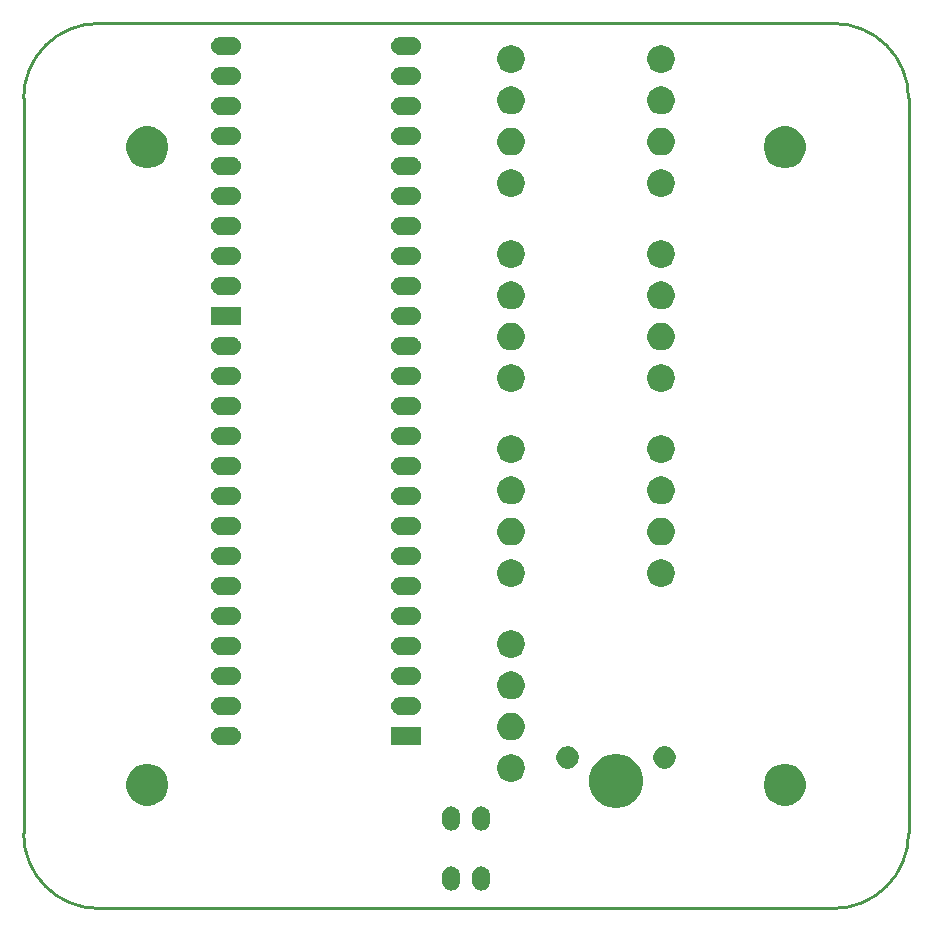
<source format=gbs>
G04 #@! TF.GenerationSoftware,KiCad,Pcbnew,6.0.0-rc1-unknown-4a641ec~66~ubuntu18.04.1*
G04 #@! TF.CreationDate,2019-02-05T16:16:11-05:00
G04 #@! TF.ProjectId,ethoscope_stepper_controller_3x3,6574686f-7363-46f7-9065-5f7374657070,1.1*
G04 #@! TF.SameCoordinates,Original*
G04 #@! TF.FileFunction,Soldermask,Bot*
G04 #@! TF.FilePolarity,Negative*
%FSLAX46Y46*%
G04 Gerber Fmt 4.6, Leading zero omitted, Abs format (unit mm)*
G04 Created by KiCad (PCBNEW 6.0.0-rc1-unknown-4a641ec~66~ubuntu18.04.1) date 2019-02-05 16:16:11*
%MOMM*%
%LPD*%
G04 APERTURE LIST*
%ADD10C,0.228600*%
%ADD11C,0.100000*%
G04 APERTURE END LIST*
D10*
X189865000Y-132715000D02*
X189865000Y-70485000D01*
X121285000Y-139065000D02*
X183515000Y-139065000D01*
X114935000Y-70485000D02*
X114935000Y-132715000D01*
X121285000Y-64135000D02*
X183515000Y-64135000D01*
X189865000Y-132715000D02*
G75*
G02X183515000Y-139065000I-6350000J0D01*
G01*
X121285000Y-139065000D02*
G75*
G02X114935000Y-132715000I0J6350000D01*
G01*
X183515000Y-64135000D02*
G75*
G02X189865000Y-70485000I0J-6350000D01*
G01*
X114935000Y-70485000D02*
G75*
G02X121285000Y-64135000I6350000J0D01*
G01*
D11*
G36*
X151279574Y-135519040D02*
G01*
X151423401Y-135562670D01*
X151555948Y-135633518D01*
X151555949Y-135633519D01*
X151555951Y-135633520D01*
X151672132Y-135728868D01*
X151767480Y-135845049D01*
X151767481Y-135845051D01*
X151767482Y-135845052D01*
X151838330Y-135977599D01*
X151881960Y-136121426D01*
X151893000Y-136233521D01*
X151893000Y-136816479D01*
X151881960Y-136928574D01*
X151838330Y-137072401D01*
X151767482Y-137204948D01*
X151767481Y-137204950D01*
X151672132Y-137321132D01*
X151555948Y-137416482D01*
X151423400Y-137487330D01*
X151279573Y-137530960D01*
X151130000Y-137545691D01*
X150980426Y-137530960D01*
X150836599Y-137487330D01*
X150704052Y-137416482D01*
X150704051Y-137416481D01*
X150704049Y-137416480D01*
X150587868Y-137321132D01*
X150492518Y-137204948D01*
X150421670Y-137072400D01*
X150378040Y-136928573D01*
X150367000Y-136816478D01*
X150367000Y-136233521D01*
X150378040Y-136121426D01*
X150421669Y-135977601D01*
X150438159Y-135946751D01*
X150492520Y-135845049D01*
X150587869Y-135728868D01*
X150704050Y-135633520D01*
X150704052Y-135633519D01*
X150704053Y-135633518D01*
X150836600Y-135562670D01*
X150980427Y-135519040D01*
X151130000Y-135504309D01*
X151279574Y-135519040D01*
X151279574Y-135519040D01*
G37*
G36*
X153819574Y-135519040D02*
G01*
X153963401Y-135562670D01*
X154095948Y-135633518D01*
X154095949Y-135633519D01*
X154095951Y-135633520D01*
X154212132Y-135728868D01*
X154307480Y-135845049D01*
X154307481Y-135845051D01*
X154307482Y-135845052D01*
X154378330Y-135977599D01*
X154421960Y-136121426D01*
X154433000Y-136233521D01*
X154433000Y-136816479D01*
X154421960Y-136928574D01*
X154378330Y-137072401D01*
X154307482Y-137204948D01*
X154307481Y-137204950D01*
X154212132Y-137321132D01*
X154095948Y-137416482D01*
X153963400Y-137487330D01*
X153819573Y-137530960D01*
X153670000Y-137545691D01*
X153520426Y-137530960D01*
X153376599Y-137487330D01*
X153244052Y-137416482D01*
X153244051Y-137416481D01*
X153244049Y-137416480D01*
X153127868Y-137321132D01*
X153032518Y-137204948D01*
X152961670Y-137072400D01*
X152918040Y-136928573D01*
X152907000Y-136816478D01*
X152907000Y-136233521D01*
X152918040Y-136121426D01*
X152961669Y-135977601D01*
X152978159Y-135946751D01*
X153032520Y-135845049D01*
X153127869Y-135728868D01*
X153244050Y-135633520D01*
X153244052Y-135633519D01*
X153244053Y-135633518D01*
X153376600Y-135562670D01*
X153520427Y-135519040D01*
X153670000Y-135504309D01*
X153819574Y-135519040D01*
X153819574Y-135519040D01*
G37*
G36*
X151279574Y-130439040D02*
G01*
X151423401Y-130482670D01*
X151555948Y-130553518D01*
X151555949Y-130553519D01*
X151555951Y-130553520D01*
X151672132Y-130648868D01*
X151767480Y-130765049D01*
X151767481Y-130765051D01*
X151767482Y-130765052D01*
X151838330Y-130897599D01*
X151881960Y-131041426D01*
X151893000Y-131153521D01*
X151893000Y-131736479D01*
X151881960Y-131848574D01*
X151838330Y-131992401D01*
X151767482Y-132124948D01*
X151767481Y-132124950D01*
X151672132Y-132241132D01*
X151555948Y-132336482D01*
X151423400Y-132407330D01*
X151279573Y-132450960D01*
X151130000Y-132465691D01*
X150980426Y-132450960D01*
X150836599Y-132407330D01*
X150704052Y-132336482D01*
X150704051Y-132336481D01*
X150704049Y-132336480D01*
X150587868Y-132241132D01*
X150492518Y-132124948D01*
X150421670Y-131992400D01*
X150378040Y-131848573D01*
X150367000Y-131736478D01*
X150367000Y-131153521D01*
X150378040Y-131041426D01*
X150421669Y-130897601D01*
X150438159Y-130866751D01*
X150492520Y-130765049D01*
X150587869Y-130648868D01*
X150704050Y-130553520D01*
X150704052Y-130553519D01*
X150704053Y-130553518D01*
X150836600Y-130482670D01*
X150980427Y-130439040D01*
X151130000Y-130424309D01*
X151279574Y-130439040D01*
X151279574Y-130439040D01*
G37*
G36*
X153819574Y-130439040D02*
G01*
X153963401Y-130482670D01*
X154095948Y-130553518D01*
X154095949Y-130553519D01*
X154095951Y-130553520D01*
X154212132Y-130648868D01*
X154307480Y-130765049D01*
X154307481Y-130765051D01*
X154307482Y-130765052D01*
X154378330Y-130897599D01*
X154421960Y-131041426D01*
X154433000Y-131153521D01*
X154433000Y-131736479D01*
X154421960Y-131848574D01*
X154378330Y-131992401D01*
X154307482Y-132124948D01*
X154307481Y-132124950D01*
X154212132Y-132241132D01*
X154095948Y-132336482D01*
X153963400Y-132407330D01*
X153819573Y-132450960D01*
X153670000Y-132465691D01*
X153520426Y-132450960D01*
X153376599Y-132407330D01*
X153244052Y-132336482D01*
X153244051Y-132336481D01*
X153244049Y-132336480D01*
X153127868Y-132241132D01*
X153032518Y-132124948D01*
X152961670Y-131992400D01*
X152918040Y-131848573D01*
X152907000Y-131736478D01*
X152907000Y-131153521D01*
X152918040Y-131041426D01*
X152961669Y-130897601D01*
X152978159Y-130866751D01*
X153032520Y-130765049D01*
X153127869Y-130648868D01*
X153244050Y-130553520D01*
X153244052Y-130553519D01*
X153244053Y-130553518D01*
X153376600Y-130482670D01*
X153520427Y-130439040D01*
X153670000Y-130424309D01*
X153819574Y-130439040D01*
X153819574Y-130439040D01*
G37*
G36*
X165539149Y-126062252D02*
G01*
X165756593Y-126105504D01*
X166166249Y-126275189D01*
X166534929Y-126521534D01*
X166848466Y-126835071D01*
X167094811Y-127203751D01*
X167264496Y-127613407D01*
X167351000Y-128048296D01*
X167351000Y-128491704D01*
X167264496Y-128926593D01*
X167094811Y-129336249D01*
X166848466Y-129704929D01*
X166534929Y-130018466D01*
X166166249Y-130264811D01*
X165756593Y-130434496D01*
X165539149Y-130477748D01*
X165321706Y-130521000D01*
X164878294Y-130521000D01*
X164660851Y-130477748D01*
X164443407Y-130434496D01*
X164033751Y-130264811D01*
X163665071Y-130018466D01*
X163351534Y-129704929D01*
X163105189Y-129336249D01*
X162935504Y-128926593D01*
X162849000Y-128491704D01*
X162849000Y-128048296D01*
X162935504Y-127613407D01*
X163105189Y-127203751D01*
X163351534Y-126835071D01*
X163665071Y-126521534D01*
X164033751Y-126275189D01*
X164443407Y-126105504D01*
X164660851Y-126062252D01*
X164878294Y-126019000D01*
X165321706Y-126019000D01*
X165539149Y-126062252D01*
X165539149Y-126062252D01*
G37*
G36*
X179906913Y-126877365D02*
G01*
X179906916Y-126877366D01*
X179906915Y-126877366D01*
X180230673Y-127011470D01*
X180522047Y-127206160D01*
X180769840Y-127453953D01*
X180964530Y-127745327D01*
X181035418Y-127916468D01*
X181098635Y-128069087D01*
X181167000Y-128412782D01*
X181167000Y-128763218D01*
X181098635Y-129106913D01*
X181098634Y-129106915D01*
X180964530Y-129430673D01*
X180769840Y-129722047D01*
X180522047Y-129969840D01*
X180230673Y-130164530D01*
X179962463Y-130275625D01*
X179906913Y-130298635D01*
X179563218Y-130367000D01*
X179212782Y-130367000D01*
X178869087Y-130298635D01*
X178813537Y-130275625D01*
X178545327Y-130164530D01*
X178253953Y-129969840D01*
X178006160Y-129722047D01*
X177811470Y-129430673D01*
X177677366Y-129106915D01*
X177677365Y-129106913D01*
X177609000Y-128763218D01*
X177609000Y-128412782D01*
X177677365Y-128069087D01*
X177740582Y-127916468D01*
X177811470Y-127745327D01*
X178006160Y-127453953D01*
X178253953Y-127206160D01*
X178545327Y-127011470D01*
X178869085Y-126877366D01*
X178869084Y-126877366D01*
X178869087Y-126877365D01*
X179212782Y-126809000D01*
X179563218Y-126809000D01*
X179906913Y-126877365D01*
X179906913Y-126877365D01*
G37*
G36*
X125930913Y-126877365D02*
G01*
X125930916Y-126877366D01*
X125930915Y-126877366D01*
X126254673Y-127011470D01*
X126546047Y-127206160D01*
X126793840Y-127453953D01*
X126988530Y-127745327D01*
X127059418Y-127916468D01*
X127122635Y-128069087D01*
X127191000Y-128412782D01*
X127191000Y-128763218D01*
X127122635Y-129106913D01*
X127122634Y-129106915D01*
X126988530Y-129430673D01*
X126793840Y-129722047D01*
X126546047Y-129969840D01*
X126254673Y-130164530D01*
X125986463Y-130275625D01*
X125930913Y-130298635D01*
X125587218Y-130367000D01*
X125236782Y-130367000D01*
X124893087Y-130298635D01*
X124837537Y-130275625D01*
X124569327Y-130164530D01*
X124277953Y-129969840D01*
X124030160Y-129722047D01*
X123835470Y-129430673D01*
X123701366Y-129106915D01*
X123701365Y-129106913D01*
X123633000Y-128763218D01*
X123633000Y-128412782D01*
X123701365Y-128069087D01*
X123764582Y-127916468D01*
X123835470Y-127745327D01*
X124030160Y-127453953D01*
X124277953Y-127206160D01*
X124569327Y-127011470D01*
X124893085Y-126877366D01*
X124893084Y-126877366D01*
X124893087Y-126877365D01*
X125236782Y-126809000D01*
X125587218Y-126809000D01*
X125930913Y-126877365D01*
X125930913Y-126877365D01*
G37*
G36*
X156551566Y-126044000D02*
G01*
X156551569Y-126044001D01*
X156551568Y-126044001D01*
X156764677Y-126132273D01*
X156956469Y-126260425D01*
X157119575Y-126423531D01*
X157247727Y-126615323D01*
X157320854Y-126791869D01*
X157336000Y-126828434D01*
X157381000Y-127054665D01*
X157381000Y-127285335D01*
X157336000Y-127511566D01*
X157335999Y-127511568D01*
X157247727Y-127724677D01*
X157119575Y-127916469D01*
X156956469Y-128079575D01*
X156764677Y-128207727D01*
X156588131Y-128280854D01*
X156551566Y-128296000D01*
X156325335Y-128341000D01*
X156094665Y-128341000D01*
X155868434Y-128296000D01*
X155831869Y-128280854D01*
X155655323Y-128207727D01*
X155463531Y-128079575D01*
X155300425Y-127916469D01*
X155172273Y-127724677D01*
X155084001Y-127511568D01*
X155084000Y-127511566D01*
X155039000Y-127285335D01*
X155039000Y-127054665D01*
X155084000Y-126828434D01*
X155099146Y-126791869D01*
X155172273Y-126615323D01*
X155300425Y-126423531D01*
X155463531Y-126260425D01*
X155655323Y-126132273D01*
X155868432Y-126044001D01*
X155868431Y-126044001D01*
X155868434Y-126044000D01*
X156094665Y-125999000D01*
X156325335Y-125999000D01*
X156551566Y-126044000D01*
X156551566Y-126044000D01*
G37*
G36*
X169477395Y-125355546D02*
G01*
X169578778Y-125397541D01*
X169650467Y-125427235D01*
X169806227Y-125531310D01*
X169938690Y-125663773D01*
X170042765Y-125819533D01*
X170042765Y-125819534D01*
X170114454Y-125992605D01*
X170151000Y-126176333D01*
X170151000Y-126363667D01*
X170114454Y-126547395D01*
X170086317Y-126615323D01*
X170042765Y-126720467D01*
X169938690Y-126876227D01*
X169806227Y-127008690D01*
X169650467Y-127112765D01*
X169578778Y-127142459D01*
X169477395Y-127184454D01*
X169293667Y-127221000D01*
X169106333Y-127221000D01*
X168922605Y-127184454D01*
X168821222Y-127142459D01*
X168749533Y-127112765D01*
X168593773Y-127008690D01*
X168461310Y-126876227D01*
X168357235Y-126720467D01*
X168313683Y-126615323D01*
X168285546Y-126547395D01*
X168249000Y-126363667D01*
X168249000Y-126176333D01*
X168285546Y-125992605D01*
X168357235Y-125819534D01*
X168357235Y-125819533D01*
X168461310Y-125663773D01*
X168593773Y-125531310D01*
X168749533Y-125427235D01*
X168821222Y-125397541D01*
X168922605Y-125355546D01*
X169106333Y-125319000D01*
X169293667Y-125319000D01*
X169477395Y-125355546D01*
X169477395Y-125355546D01*
G37*
G36*
X161277395Y-125355546D02*
G01*
X161378778Y-125397541D01*
X161450467Y-125427235D01*
X161606227Y-125531310D01*
X161738690Y-125663773D01*
X161842765Y-125819533D01*
X161842765Y-125819534D01*
X161914454Y-125992605D01*
X161951000Y-126176333D01*
X161951000Y-126363667D01*
X161914454Y-126547395D01*
X161886317Y-126615323D01*
X161842765Y-126720467D01*
X161738690Y-126876227D01*
X161606227Y-127008690D01*
X161450467Y-127112765D01*
X161378778Y-127142459D01*
X161277395Y-127184454D01*
X161093667Y-127221000D01*
X160906333Y-127221000D01*
X160722605Y-127184454D01*
X160621222Y-127142459D01*
X160549533Y-127112765D01*
X160393773Y-127008690D01*
X160261310Y-126876227D01*
X160157235Y-126720467D01*
X160113683Y-126615323D01*
X160085546Y-126547395D01*
X160049000Y-126363667D01*
X160049000Y-126176333D01*
X160085546Y-125992605D01*
X160157235Y-125819534D01*
X160157235Y-125819533D01*
X160261310Y-125663773D01*
X160393773Y-125531310D01*
X160549533Y-125427235D01*
X160621222Y-125397541D01*
X160722605Y-125355546D01*
X160906333Y-125319000D01*
X161093667Y-125319000D01*
X161277395Y-125355546D01*
X161277395Y-125355546D01*
G37*
G36*
X132737574Y-123708040D02*
G01*
X132881401Y-123751670D01*
X133013948Y-123822518D01*
X133013949Y-123822519D01*
X133013951Y-123822520D01*
X133130132Y-123917868D01*
X133207029Y-124011566D01*
X133225482Y-124034052D01*
X133296330Y-124166599D01*
X133339960Y-124310426D01*
X133354691Y-124460000D01*
X133339960Y-124609574D01*
X133296330Y-124753401D01*
X133273560Y-124796000D01*
X133225480Y-124885951D01*
X133130132Y-125002132D01*
X133013951Y-125097480D01*
X133013949Y-125097481D01*
X133013948Y-125097482D01*
X132881401Y-125168330D01*
X132737574Y-125211960D01*
X132625479Y-125223000D01*
X131534521Y-125223000D01*
X131422426Y-125211960D01*
X131278599Y-125168330D01*
X131146052Y-125097482D01*
X131146051Y-125097481D01*
X131146049Y-125097480D01*
X131029868Y-125002132D01*
X130934520Y-124885951D01*
X130886440Y-124796000D01*
X130863670Y-124753401D01*
X130820040Y-124609574D01*
X130805309Y-124460000D01*
X130820040Y-124310426D01*
X130863670Y-124166599D01*
X130934518Y-124034052D01*
X130952972Y-124011566D01*
X131029868Y-123917868D01*
X131146049Y-123822520D01*
X131146051Y-123822519D01*
X131146052Y-123822518D01*
X131278599Y-123751670D01*
X131422426Y-123708040D01*
X131534521Y-123697000D01*
X132625479Y-123697000D01*
X132737574Y-123708040D01*
X132737574Y-123708040D01*
G37*
G36*
X148591000Y-125223000D02*
G01*
X146049000Y-125223000D01*
X146049000Y-123697000D01*
X148591000Y-123697000D01*
X148591000Y-125223000D01*
X148591000Y-125223000D01*
G37*
G36*
X156551566Y-122544000D02*
G01*
X156551569Y-122544001D01*
X156551568Y-122544001D01*
X156764677Y-122632273D01*
X156956469Y-122760425D01*
X157119575Y-122923531D01*
X157247727Y-123115323D01*
X157320854Y-123291869D01*
X157336000Y-123328434D01*
X157381000Y-123554665D01*
X157381000Y-123785335D01*
X157336000Y-124011566D01*
X157335999Y-124011568D01*
X157247727Y-124224677D01*
X157119575Y-124416469D01*
X156956469Y-124579575D01*
X156764677Y-124707727D01*
X156654409Y-124753401D01*
X156551566Y-124796000D01*
X156325335Y-124841000D01*
X156094665Y-124841000D01*
X155868434Y-124796000D01*
X155765591Y-124753401D01*
X155655323Y-124707727D01*
X155463531Y-124579575D01*
X155300425Y-124416469D01*
X155172273Y-124224677D01*
X155084001Y-124011568D01*
X155084000Y-124011566D01*
X155039000Y-123785335D01*
X155039000Y-123554665D01*
X155084000Y-123328434D01*
X155099146Y-123291869D01*
X155172273Y-123115323D01*
X155300425Y-122923531D01*
X155463531Y-122760425D01*
X155655323Y-122632273D01*
X155868432Y-122544001D01*
X155868431Y-122544001D01*
X155868434Y-122544000D01*
X156094665Y-122499000D01*
X156325335Y-122499000D01*
X156551566Y-122544000D01*
X156551566Y-122544000D01*
G37*
G36*
X132737574Y-121168040D02*
G01*
X132881401Y-121211670D01*
X133013948Y-121282518D01*
X133013949Y-121282519D01*
X133013951Y-121282520D01*
X133130132Y-121377868D01*
X133225482Y-121494052D01*
X133296330Y-121626599D01*
X133339960Y-121770426D01*
X133354691Y-121920000D01*
X133339960Y-122069574D01*
X133296330Y-122213401D01*
X133225482Y-122345948D01*
X133225480Y-122345951D01*
X133130132Y-122462132D01*
X133013951Y-122557480D01*
X133013949Y-122557481D01*
X133013948Y-122557482D01*
X132881401Y-122628330D01*
X132737574Y-122671960D01*
X132625479Y-122683000D01*
X131534521Y-122683000D01*
X131422426Y-122671960D01*
X131278599Y-122628330D01*
X131146052Y-122557482D01*
X131146051Y-122557481D01*
X131146049Y-122557480D01*
X131029868Y-122462132D01*
X130934520Y-122345951D01*
X130934518Y-122345948D01*
X130863670Y-122213401D01*
X130820040Y-122069574D01*
X130805309Y-121920000D01*
X130820040Y-121770426D01*
X130863670Y-121626599D01*
X130934518Y-121494052D01*
X131029868Y-121377868D01*
X131146049Y-121282520D01*
X131146051Y-121282519D01*
X131146052Y-121282518D01*
X131278599Y-121211670D01*
X131422426Y-121168040D01*
X131534521Y-121157000D01*
X132625479Y-121157000D01*
X132737574Y-121168040D01*
X132737574Y-121168040D01*
G37*
G36*
X147977574Y-121168040D02*
G01*
X148121401Y-121211670D01*
X148253948Y-121282518D01*
X148253949Y-121282519D01*
X148253951Y-121282520D01*
X148370132Y-121377868D01*
X148465482Y-121494052D01*
X148536330Y-121626599D01*
X148579960Y-121770426D01*
X148594691Y-121920000D01*
X148579960Y-122069574D01*
X148536330Y-122213401D01*
X148465482Y-122345948D01*
X148465480Y-122345951D01*
X148370132Y-122462132D01*
X148253951Y-122557480D01*
X148253949Y-122557481D01*
X148253948Y-122557482D01*
X148121401Y-122628330D01*
X147977574Y-122671960D01*
X147865479Y-122683000D01*
X146774521Y-122683000D01*
X146662426Y-122671960D01*
X146518599Y-122628330D01*
X146386052Y-122557482D01*
X146386051Y-122557481D01*
X146386049Y-122557480D01*
X146269868Y-122462132D01*
X146174520Y-122345951D01*
X146174518Y-122345948D01*
X146103670Y-122213401D01*
X146060040Y-122069574D01*
X146045309Y-121920000D01*
X146060040Y-121770426D01*
X146103670Y-121626599D01*
X146174518Y-121494052D01*
X146269868Y-121377868D01*
X146386049Y-121282520D01*
X146386051Y-121282519D01*
X146386052Y-121282518D01*
X146518599Y-121211670D01*
X146662426Y-121168040D01*
X146774521Y-121157000D01*
X147865479Y-121157000D01*
X147977574Y-121168040D01*
X147977574Y-121168040D01*
G37*
G36*
X156551566Y-119044000D02*
G01*
X156551569Y-119044001D01*
X156551568Y-119044001D01*
X156764677Y-119132273D01*
X156956469Y-119260425D01*
X157119575Y-119423531D01*
X157247727Y-119615323D01*
X157320854Y-119791869D01*
X157336000Y-119828434D01*
X157381000Y-120054665D01*
X157381000Y-120285335D01*
X157336000Y-120511566D01*
X157335999Y-120511568D01*
X157247727Y-120724677D01*
X157119575Y-120916469D01*
X156956469Y-121079575D01*
X156764677Y-121207727D01*
X156588131Y-121280854D01*
X156551566Y-121296000D01*
X156325335Y-121341000D01*
X156094665Y-121341000D01*
X155868434Y-121296000D01*
X155831869Y-121280854D01*
X155655323Y-121207727D01*
X155463531Y-121079575D01*
X155300425Y-120916469D01*
X155172273Y-120724677D01*
X155084001Y-120511568D01*
X155084000Y-120511566D01*
X155039000Y-120285335D01*
X155039000Y-120054665D01*
X155084000Y-119828434D01*
X155099146Y-119791869D01*
X155172273Y-119615323D01*
X155300425Y-119423531D01*
X155463531Y-119260425D01*
X155655323Y-119132273D01*
X155868432Y-119044001D01*
X155868431Y-119044001D01*
X155868434Y-119044000D01*
X156094665Y-118999000D01*
X156325335Y-118999000D01*
X156551566Y-119044000D01*
X156551566Y-119044000D01*
G37*
G36*
X147977574Y-118628040D02*
G01*
X148121401Y-118671670D01*
X148253948Y-118742518D01*
X148253949Y-118742519D01*
X148253951Y-118742520D01*
X148370132Y-118837868D01*
X148465482Y-118954052D01*
X148536330Y-119086599D01*
X148579960Y-119230426D01*
X148594691Y-119380000D01*
X148579960Y-119529574D01*
X148536330Y-119673401D01*
X148465482Y-119805948D01*
X148465480Y-119805951D01*
X148370132Y-119922132D01*
X148253951Y-120017480D01*
X148253949Y-120017481D01*
X148253948Y-120017482D01*
X148121401Y-120088330D01*
X147977574Y-120131960D01*
X147865479Y-120143000D01*
X146774521Y-120143000D01*
X146662426Y-120131960D01*
X146518599Y-120088330D01*
X146386052Y-120017482D01*
X146386051Y-120017481D01*
X146386049Y-120017480D01*
X146269868Y-119922132D01*
X146174520Y-119805951D01*
X146174518Y-119805948D01*
X146103670Y-119673401D01*
X146060040Y-119529574D01*
X146045309Y-119380000D01*
X146060040Y-119230426D01*
X146103670Y-119086599D01*
X146174518Y-118954052D01*
X146269868Y-118837868D01*
X146386049Y-118742520D01*
X146386051Y-118742519D01*
X146386052Y-118742518D01*
X146518599Y-118671670D01*
X146662426Y-118628040D01*
X146774521Y-118617000D01*
X147865479Y-118617000D01*
X147977574Y-118628040D01*
X147977574Y-118628040D01*
G37*
G36*
X132737574Y-118628040D02*
G01*
X132881401Y-118671670D01*
X133013948Y-118742518D01*
X133013949Y-118742519D01*
X133013951Y-118742520D01*
X133130132Y-118837868D01*
X133225482Y-118954052D01*
X133296330Y-119086599D01*
X133339960Y-119230426D01*
X133354691Y-119380000D01*
X133339960Y-119529574D01*
X133296330Y-119673401D01*
X133225482Y-119805948D01*
X133225480Y-119805951D01*
X133130132Y-119922132D01*
X133013951Y-120017480D01*
X133013949Y-120017481D01*
X133013948Y-120017482D01*
X132881401Y-120088330D01*
X132737574Y-120131960D01*
X132625479Y-120143000D01*
X131534521Y-120143000D01*
X131422426Y-120131960D01*
X131278599Y-120088330D01*
X131146052Y-120017482D01*
X131146051Y-120017481D01*
X131146049Y-120017480D01*
X131029868Y-119922132D01*
X130934520Y-119805951D01*
X130934518Y-119805948D01*
X130863670Y-119673401D01*
X130820040Y-119529574D01*
X130805309Y-119380000D01*
X130820040Y-119230426D01*
X130863670Y-119086599D01*
X130934518Y-118954052D01*
X131029868Y-118837868D01*
X131146049Y-118742520D01*
X131146051Y-118742519D01*
X131146052Y-118742518D01*
X131278599Y-118671670D01*
X131422426Y-118628040D01*
X131534521Y-118617000D01*
X132625479Y-118617000D01*
X132737574Y-118628040D01*
X132737574Y-118628040D01*
G37*
G36*
X156551566Y-115544000D02*
G01*
X156551569Y-115544001D01*
X156551568Y-115544001D01*
X156764677Y-115632273D01*
X156956469Y-115760425D01*
X157119575Y-115923531D01*
X157247727Y-116115323D01*
X157320854Y-116291869D01*
X157336000Y-116328434D01*
X157381000Y-116554665D01*
X157381000Y-116785335D01*
X157336000Y-117011566D01*
X157335999Y-117011568D01*
X157247727Y-117224677D01*
X157119575Y-117416469D01*
X156956469Y-117579575D01*
X156764677Y-117707727D01*
X156588131Y-117780854D01*
X156551566Y-117796000D01*
X156325335Y-117841000D01*
X156094665Y-117841000D01*
X155868434Y-117796000D01*
X155831869Y-117780854D01*
X155655323Y-117707727D01*
X155463531Y-117579575D01*
X155300425Y-117416469D01*
X155172273Y-117224677D01*
X155084001Y-117011568D01*
X155084000Y-117011566D01*
X155039000Y-116785335D01*
X155039000Y-116554665D01*
X155084000Y-116328434D01*
X155099146Y-116291869D01*
X155172273Y-116115323D01*
X155300425Y-115923531D01*
X155463531Y-115760425D01*
X155655323Y-115632273D01*
X155868432Y-115544001D01*
X155868431Y-115544001D01*
X155868434Y-115544000D01*
X156094665Y-115499000D01*
X156325335Y-115499000D01*
X156551566Y-115544000D01*
X156551566Y-115544000D01*
G37*
G36*
X132737574Y-116088040D02*
G01*
X132881401Y-116131670D01*
X133013948Y-116202518D01*
X133013949Y-116202519D01*
X133013951Y-116202520D01*
X133130132Y-116297868D01*
X133225482Y-116414052D01*
X133296330Y-116546599D01*
X133339960Y-116690426D01*
X133354691Y-116840000D01*
X133339960Y-116989574D01*
X133296330Y-117133401D01*
X133225482Y-117265948D01*
X133225480Y-117265951D01*
X133130132Y-117382132D01*
X133013951Y-117477480D01*
X133013949Y-117477481D01*
X133013948Y-117477482D01*
X132881401Y-117548330D01*
X132737574Y-117591960D01*
X132625479Y-117603000D01*
X131534521Y-117603000D01*
X131422426Y-117591960D01*
X131278599Y-117548330D01*
X131146052Y-117477482D01*
X131146051Y-117477481D01*
X131146049Y-117477480D01*
X131029868Y-117382132D01*
X130934520Y-117265951D01*
X130934518Y-117265948D01*
X130863670Y-117133401D01*
X130820040Y-116989574D01*
X130805309Y-116840000D01*
X130820040Y-116690426D01*
X130863670Y-116546599D01*
X130934518Y-116414052D01*
X131029868Y-116297868D01*
X131146049Y-116202520D01*
X131146051Y-116202519D01*
X131146052Y-116202518D01*
X131278599Y-116131670D01*
X131422426Y-116088040D01*
X131534521Y-116077000D01*
X132625479Y-116077000D01*
X132737574Y-116088040D01*
X132737574Y-116088040D01*
G37*
G36*
X147977574Y-116088040D02*
G01*
X148121401Y-116131670D01*
X148253948Y-116202518D01*
X148253949Y-116202519D01*
X148253951Y-116202520D01*
X148370132Y-116297868D01*
X148465482Y-116414052D01*
X148536330Y-116546599D01*
X148579960Y-116690426D01*
X148594691Y-116840000D01*
X148579960Y-116989574D01*
X148536330Y-117133401D01*
X148465482Y-117265948D01*
X148465480Y-117265951D01*
X148370132Y-117382132D01*
X148253951Y-117477480D01*
X148253949Y-117477481D01*
X148253948Y-117477482D01*
X148121401Y-117548330D01*
X147977574Y-117591960D01*
X147865479Y-117603000D01*
X146774521Y-117603000D01*
X146662426Y-117591960D01*
X146518599Y-117548330D01*
X146386052Y-117477482D01*
X146386051Y-117477481D01*
X146386049Y-117477480D01*
X146269868Y-117382132D01*
X146174520Y-117265951D01*
X146174518Y-117265948D01*
X146103670Y-117133401D01*
X146060040Y-116989574D01*
X146045309Y-116840000D01*
X146060040Y-116690426D01*
X146103670Y-116546599D01*
X146174518Y-116414052D01*
X146269868Y-116297868D01*
X146386049Y-116202520D01*
X146386051Y-116202519D01*
X146386052Y-116202518D01*
X146518599Y-116131670D01*
X146662426Y-116088040D01*
X146774521Y-116077000D01*
X147865479Y-116077000D01*
X147977574Y-116088040D01*
X147977574Y-116088040D01*
G37*
G36*
X132737574Y-113548040D02*
G01*
X132881401Y-113591670D01*
X133013948Y-113662518D01*
X133013949Y-113662519D01*
X133013951Y-113662520D01*
X133130132Y-113757868D01*
X133225482Y-113874052D01*
X133296330Y-114006599D01*
X133339960Y-114150426D01*
X133354691Y-114300000D01*
X133339960Y-114449574D01*
X133296330Y-114593401D01*
X133225482Y-114725948D01*
X133225480Y-114725951D01*
X133130132Y-114842132D01*
X133013951Y-114937480D01*
X133013949Y-114937481D01*
X133013948Y-114937482D01*
X132881401Y-115008330D01*
X132737574Y-115051960D01*
X132625479Y-115063000D01*
X131534521Y-115063000D01*
X131422426Y-115051960D01*
X131278599Y-115008330D01*
X131146052Y-114937482D01*
X131146051Y-114937481D01*
X131146049Y-114937480D01*
X131029868Y-114842132D01*
X130934520Y-114725951D01*
X130934518Y-114725948D01*
X130863670Y-114593401D01*
X130820040Y-114449574D01*
X130805309Y-114300000D01*
X130820040Y-114150426D01*
X130863670Y-114006599D01*
X130934518Y-113874052D01*
X131029868Y-113757868D01*
X131146049Y-113662520D01*
X131146051Y-113662519D01*
X131146052Y-113662518D01*
X131278599Y-113591670D01*
X131422426Y-113548040D01*
X131534521Y-113537000D01*
X132625479Y-113537000D01*
X132737574Y-113548040D01*
X132737574Y-113548040D01*
G37*
G36*
X147977574Y-113548040D02*
G01*
X148121401Y-113591670D01*
X148253948Y-113662518D01*
X148253949Y-113662519D01*
X148253951Y-113662520D01*
X148370132Y-113757868D01*
X148465482Y-113874052D01*
X148536330Y-114006599D01*
X148579960Y-114150426D01*
X148594691Y-114300000D01*
X148579960Y-114449574D01*
X148536330Y-114593401D01*
X148465482Y-114725948D01*
X148465480Y-114725951D01*
X148370132Y-114842132D01*
X148253951Y-114937480D01*
X148253949Y-114937481D01*
X148253948Y-114937482D01*
X148121401Y-115008330D01*
X147977574Y-115051960D01*
X147865479Y-115063000D01*
X146774521Y-115063000D01*
X146662426Y-115051960D01*
X146518599Y-115008330D01*
X146386052Y-114937482D01*
X146386051Y-114937481D01*
X146386049Y-114937480D01*
X146269868Y-114842132D01*
X146174520Y-114725951D01*
X146174518Y-114725948D01*
X146103670Y-114593401D01*
X146060040Y-114449574D01*
X146045309Y-114300000D01*
X146060040Y-114150426D01*
X146103670Y-114006599D01*
X146174518Y-113874052D01*
X146269868Y-113757868D01*
X146386049Y-113662520D01*
X146386051Y-113662519D01*
X146386052Y-113662518D01*
X146518599Y-113591670D01*
X146662426Y-113548040D01*
X146774521Y-113537000D01*
X147865479Y-113537000D01*
X147977574Y-113548040D01*
X147977574Y-113548040D01*
G37*
G36*
X132737574Y-111008040D02*
G01*
X132881401Y-111051670D01*
X133013948Y-111122518D01*
X133013949Y-111122519D01*
X133013951Y-111122520D01*
X133126241Y-111214675D01*
X133130132Y-111217868D01*
X133225482Y-111334052D01*
X133296330Y-111466599D01*
X133339960Y-111610426D01*
X133354691Y-111760000D01*
X133339960Y-111909574D01*
X133296330Y-112053401D01*
X133225482Y-112185948D01*
X133225480Y-112185951D01*
X133130132Y-112302132D01*
X133013951Y-112397480D01*
X133013949Y-112397481D01*
X133013948Y-112397482D01*
X132881401Y-112468330D01*
X132737574Y-112511960D01*
X132625479Y-112523000D01*
X131534521Y-112523000D01*
X131422426Y-112511960D01*
X131278599Y-112468330D01*
X131146052Y-112397482D01*
X131146051Y-112397481D01*
X131146049Y-112397480D01*
X131029868Y-112302132D01*
X130934520Y-112185951D01*
X130934518Y-112185948D01*
X130863670Y-112053401D01*
X130820040Y-111909574D01*
X130805309Y-111760000D01*
X130820040Y-111610426D01*
X130863670Y-111466599D01*
X130934518Y-111334052D01*
X131029868Y-111217868D01*
X131033759Y-111214675D01*
X131146049Y-111122520D01*
X131146051Y-111122519D01*
X131146052Y-111122518D01*
X131278599Y-111051670D01*
X131422426Y-111008040D01*
X131534521Y-110997000D01*
X132625479Y-110997000D01*
X132737574Y-111008040D01*
X132737574Y-111008040D01*
G37*
G36*
X147977574Y-111008040D02*
G01*
X148121401Y-111051670D01*
X148253948Y-111122518D01*
X148253949Y-111122519D01*
X148253951Y-111122520D01*
X148366241Y-111214675D01*
X148370132Y-111217868D01*
X148465482Y-111334052D01*
X148536330Y-111466599D01*
X148579960Y-111610426D01*
X148594691Y-111760000D01*
X148579960Y-111909574D01*
X148536330Y-112053401D01*
X148465482Y-112185948D01*
X148465480Y-112185951D01*
X148370132Y-112302132D01*
X148253951Y-112397480D01*
X148253949Y-112397481D01*
X148253948Y-112397482D01*
X148121401Y-112468330D01*
X147977574Y-112511960D01*
X147865479Y-112523000D01*
X146774521Y-112523000D01*
X146662426Y-112511960D01*
X146518599Y-112468330D01*
X146386052Y-112397482D01*
X146386051Y-112397481D01*
X146386049Y-112397480D01*
X146269868Y-112302132D01*
X146174520Y-112185951D01*
X146174518Y-112185948D01*
X146103670Y-112053401D01*
X146060040Y-111909574D01*
X146045309Y-111760000D01*
X146060040Y-111610426D01*
X146103670Y-111466599D01*
X146174518Y-111334052D01*
X146269868Y-111217868D01*
X146273759Y-111214675D01*
X146386049Y-111122520D01*
X146386051Y-111122519D01*
X146386052Y-111122518D01*
X146518599Y-111051670D01*
X146662426Y-111008040D01*
X146774521Y-110997000D01*
X147865479Y-110997000D01*
X147977574Y-111008040D01*
X147977574Y-111008040D01*
G37*
G36*
X169251566Y-109534000D02*
G01*
X169251569Y-109534001D01*
X169251568Y-109534001D01*
X169464677Y-109622273D01*
X169618318Y-109724934D01*
X169656468Y-109750424D01*
X169819576Y-109913532D01*
X169845066Y-109951682D01*
X169947727Y-110105323D01*
X170020854Y-110281869D01*
X170036000Y-110318434D01*
X170081000Y-110544665D01*
X170081000Y-110775335D01*
X170036000Y-111001566D01*
X170035999Y-111001568D01*
X169947727Y-111214677D01*
X169819575Y-111406469D01*
X169656469Y-111569575D01*
X169464677Y-111697727D01*
X169288131Y-111770854D01*
X169251566Y-111786000D01*
X169025335Y-111831000D01*
X168794665Y-111831000D01*
X168568434Y-111786000D01*
X168531869Y-111770854D01*
X168355323Y-111697727D01*
X168163531Y-111569575D01*
X168000425Y-111406469D01*
X167872273Y-111214677D01*
X167784001Y-111001568D01*
X167784000Y-111001566D01*
X167739000Y-110775335D01*
X167739000Y-110544665D01*
X167784000Y-110318434D01*
X167799146Y-110281869D01*
X167872273Y-110105323D01*
X167974934Y-109951682D01*
X168000424Y-109913532D01*
X168163532Y-109750424D01*
X168201682Y-109724934D01*
X168355323Y-109622273D01*
X168568432Y-109534001D01*
X168568431Y-109534001D01*
X168568434Y-109534000D01*
X168794665Y-109489000D01*
X169025335Y-109489000D01*
X169251566Y-109534000D01*
X169251566Y-109534000D01*
G37*
G36*
X156551566Y-109534000D02*
G01*
X156551569Y-109534001D01*
X156551568Y-109534001D01*
X156764677Y-109622273D01*
X156918318Y-109724934D01*
X156956468Y-109750424D01*
X157119576Y-109913532D01*
X157145066Y-109951682D01*
X157247727Y-110105323D01*
X157320854Y-110281869D01*
X157336000Y-110318434D01*
X157381000Y-110544665D01*
X157381000Y-110775335D01*
X157336000Y-111001566D01*
X157335999Y-111001568D01*
X157247727Y-111214677D01*
X157119575Y-111406469D01*
X156956469Y-111569575D01*
X156764677Y-111697727D01*
X156588131Y-111770854D01*
X156551566Y-111786000D01*
X156325335Y-111831000D01*
X156094665Y-111831000D01*
X155868434Y-111786000D01*
X155831869Y-111770854D01*
X155655323Y-111697727D01*
X155463531Y-111569575D01*
X155300425Y-111406469D01*
X155172273Y-111214677D01*
X155084001Y-111001568D01*
X155084000Y-111001566D01*
X155039000Y-110775335D01*
X155039000Y-110544665D01*
X155084000Y-110318434D01*
X155099146Y-110281869D01*
X155172273Y-110105323D01*
X155274934Y-109951682D01*
X155300424Y-109913532D01*
X155463532Y-109750424D01*
X155501682Y-109724934D01*
X155655323Y-109622273D01*
X155868432Y-109534001D01*
X155868431Y-109534001D01*
X155868434Y-109534000D01*
X156094665Y-109489000D01*
X156325335Y-109489000D01*
X156551566Y-109534000D01*
X156551566Y-109534000D01*
G37*
G36*
X147977574Y-108468040D02*
G01*
X148121401Y-108511670D01*
X148253948Y-108582518D01*
X148253949Y-108582519D01*
X148253951Y-108582520D01*
X148370132Y-108677868D01*
X148465482Y-108794052D01*
X148536330Y-108926599D01*
X148579960Y-109070426D01*
X148594691Y-109220000D01*
X148579960Y-109369574D01*
X148536330Y-109513401D01*
X148465482Y-109645948D01*
X148465480Y-109645951D01*
X148370132Y-109762132D01*
X148253951Y-109857480D01*
X148253949Y-109857481D01*
X148253948Y-109857482D01*
X148121401Y-109928330D01*
X147977574Y-109971960D01*
X147865479Y-109983000D01*
X146774521Y-109983000D01*
X146662426Y-109971960D01*
X146518599Y-109928330D01*
X146386052Y-109857482D01*
X146386051Y-109857481D01*
X146386049Y-109857480D01*
X146269868Y-109762132D01*
X146174520Y-109645951D01*
X146174518Y-109645948D01*
X146103670Y-109513401D01*
X146060040Y-109369574D01*
X146045309Y-109220000D01*
X146060040Y-109070426D01*
X146103670Y-108926599D01*
X146174518Y-108794052D01*
X146269868Y-108677868D01*
X146386049Y-108582520D01*
X146386051Y-108582519D01*
X146386052Y-108582518D01*
X146518599Y-108511670D01*
X146662426Y-108468040D01*
X146774521Y-108457000D01*
X147865479Y-108457000D01*
X147977574Y-108468040D01*
X147977574Y-108468040D01*
G37*
G36*
X132737574Y-108468040D02*
G01*
X132881401Y-108511670D01*
X133013948Y-108582518D01*
X133013949Y-108582519D01*
X133013951Y-108582520D01*
X133130132Y-108677868D01*
X133225482Y-108794052D01*
X133296330Y-108926599D01*
X133339960Y-109070426D01*
X133354691Y-109220000D01*
X133339960Y-109369574D01*
X133296330Y-109513401D01*
X133225482Y-109645948D01*
X133225480Y-109645951D01*
X133130132Y-109762132D01*
X133013951Y-109857480D01*
X133013949Y-109857481D01*
X133013948Y-109857482D01*
X132881401Y-109928330D01*
X132737574Y-109971960D01*
X132625479Y-109983000D01*
X131534521Y-109983000D01*
X131422426Y-109971960D01*
X131278599Y-109928330D01*
X131146052Y-109857482D01*
X131146051Y-109857481D01*
X131146049Y-109857480D01*
X131029868Y-109762132D01*
X130934520Y-109645951D01*
X130934518Y-109645948D01*
X130863670Y-109513401D01*
X130820040Y-109369574D01*
X130805309Y-109220000D01*
X130820040Y-109070426D01*
X130863670Y-108926599D01*
X130934518Y-108794052D01*
X131029868Y-108677868D01*
X131146049Y-108582520D01*
X131146051Y-108582519D01*
X131146052Y-108582518D01*
X131278599Y-108511670D01*
X131422426Y-108468040D01*
X131534521Y-108457000D01*
X132625479Y-108457000D01*
X132737574Y-108468040D01*
X132737574Y-108468040D01*
G37*
G36*
X169251566Y-106034000D02*
G01*
X169251569Y-106034001D01*
X169251568Y-106034001D01*
X169464677Y-106122273D01*
X169656469Y-106250425D01*
X169819575Y-106413531D01*
X169947727Y-106605323D01*
X169978659Y-106680000D01*
X170036000Y-106818434D01*
X170081000Y-107044665D01*
X170081000Y-107275335D01*
X170036000Y-107501566D01*
X170035999Y-107501568D01*
X169947727Y-107714677D01*
X169819575Y-107906469D01*
X169656469Y-108069575D01*
X169464677Y-108197727D01*
X169288131Y-108270854D01*
X169251566Y-108286000D01*
X169025335Y-108331000D01*
X168794665Y-108331000D01*
X168568434Y-108286000D01*
X168531869Y-108270854D01*
X168355323Y-108197727D01*
X168163531Y-108069575D01*
X168000425Y-107906469D01*
X167872273Y-107714677D01*
X167784001Y-107501568D01*
X167784000Y-107501566D01*
X167739000Y-107275335D01*
X167739000Y-107044665D01*
X167784000Y-106818434D01*
X167841341Y-106680000D01*
X167872273Y-106605323D01*
X168000425Y-106413531D01*
X168163531Y-106250425D01*
X168355323Y-106122273D01*
X168568432Y-106034001D01*
X168568431Y-106034001D01*
X168568434Y-106034000D01*
X168794665Y-105989000D01*
X169025335Y-105989000D01*
X169251566Y-106034000D01*
X169251566Y-106034000D01*
G37*
G36*
X156551566Y-106034000D02*
G01*
X156551569Y-106034001D01*
X156551568Y-106034001D01*
X156764677Y-106122273D01*
X156956469Y-106250425D01*
X157119575Y-106413531D01*
X157247727Y-106605323D01*
X157278659Y-106680000D01*
X157336000Y-106818434D01*
X157381000Y-107044665D01*
X157381000Y-107275335D01*
X157336000Y-107501566D01*
X157335999Y-107501568D01*
X157247727Y-107714677D01*
X157119575Y-107906469D01*
X156956469Y-108069575D01*
X156764677Y-108197727D01*
X156588131Y-108270854D01*
X156551566Y-108286000D01*
X156325335Y-108331000D01*
X156094665Y-108331000D01*
X155868434Y-108286000D01*
X155831869Y-108270854D01*
X155655323Y-108197727D01*
X155463531Y-108069575D01*
X155300425Y-107906469D01*
X155172273Y-107714677D01*
X155084001Y-107501568D01*
X155084000Y-107501566D01*
X155039000Y-107275335D01*
X155039000Y-107044665D01*
X155084000Y-106818434D01*
X155141341Y-106680000D01*
X155172273Y-106605323D01*
X155300425Y-106413531D01*
X155463531Y-106250425D01*
X155655323Y-106122273D01*
X155868432Y-106034001D01*
X155868431Y-106034001D01*
X155868434Y-106034000D01*
X156094665Y-105989000D01*
X156325335Y-105989000D01*
X156551566Y-106034000D01*
X156551566Y-106034000D01*
G37*
G36*
X132737574Y-105928040D02*
G01*
X132881401Y-105971670D01*
X133013948Y-106042518D01*
X133013949Y-106042519D01*
X133013951Y-106042520D01*
X133130132Y-106137868D01*
X133222506Y-106250425D01*
X133225482Y-106254052D01*
X133296330Y-106386599D01*
X133339960Y-106530426D01*
X133354691Y-106680000D01*
X133339960Y-106829574D01*
X133296330Y-106973401D01*
X133258237Y-107044667D01*
X133225480Y-107105951D01*
X133130132Y-107222132D01*
X133013951Y-107317480D01*
X133013949Y-107317481D01*
X133013948Y-107317482D01*
X132881401Y-107388330D01*
X132737574Y-107431960D01*
X132625479Y-107443000D01*
X131534521Y-107443000D01*
X131422426Y-107431960D01*
X131278599Y-107388330D01*
X131146052Y-107317482D01*
X131146051Y-107317481D01*
X131146049Y-107317480D01*
X131029868Y-107222132D01*
X130934520Y-107105951D01*
X130901763Y-107044667D01*
X130863670Y-106973401D01*
X130820040Y-106829574D01*
X130805309Y-106680000D01*
X130820040Y-106530426D01*
X130863670Y-106386599D01*
X130934518Y-106254052D01*
X130937495Y-106250425D01*
X131029868Y-106137868D01*
X131146049Y-106042520D01*
X131146051Y-106042519D01*
X131146052Y-106042518D01*
X131278599Y-105971670D01*
X131422426Y-105928040D01*
X131534521Y-105917000D01*
X132625479Y-105917000D01*
X132737574Y-105928040D01*
X132737574Y-105928040D01*
G37*
G36*
X147977574Y-105928040D02*
G01*
X148121401Y-105971670D01*
X148253948Y-106042518D01*
X148253949Y-106042519D01*
X148253951Y-106042520D01*
X148370132Y-106137868D01*
X148462506Y-106250425D01*
X148465482Y-106254052D01*
X148536330Y-106386599D01*
X148579960Y-106530426D01*
X148594691Y-106680000D01*
X148579960Y-106829574D01*
X148536330Y-106973401D01*
X148498237Y-107044667D01*
X148465480Y-107105951D01*
X148370132Y-107222132D01*
X148253951Y-107317480D01*
X148253949Y-107317481D01*
X148253948Y-107317482D01*
X148121401Y-107388330D01*
X147977574Y-107431960D01*
X147865479Y-107443000D01*
X146774521Y-107443000D01*
X146662426Y-107431960D01*
X146518599Y-107388330D01*
X146386052Y-107317482D01*
X146386051Y-107317481D01*
X146386049Y-107317480D01*
X146269868Y-107222132D01*
X146174520Y-107105951D01*
X146141763Y-107044667D01*
X146103670Y-106973401D01*
X146060040Y-106829574D01*
X146045309Y-106680000D01*
X146060040Y-106530426D01*
X146103670Y-106386599D01*
X146174518Y-106254052D01*
X146177495Y-106250425D01*
X146269868Y-106137868D01*
X146386049Y-106042520D01*
X146386051Y-106042519D01*
X146386052Y-106042518D01*
X146518599Y-105971670D01*
X146662426Y-105928040D01*
X146774521Y-105917000D01*
X147865479Y-105917000D01*
X147977574Y-105928040D01*
X147977574Y-105928040D01*
G37*
G36*
X147977574Y-103388040D02*
G01*
X148121401Y-103431670D01*
X148253948Y-103502518D01*
X148253949Y-103502519D01*
X148253951Y-103502520D01*
X148305304Y-103544665D01*
X148370132Y-103597868D01*
X148465482Y-103714052D01*
X148536330Y-103846599D01*
X148579960Y-103990426D01*
X148594691Y-104140000D01*
X148579960Y-104289574D01*
X148536330Y-104433401D01*
X148465482Y-104565948D01*
X148465480Y-104565951D01*
X148370132Y-104682132D01*
X148253951Y-104777480D01*
X148253949Y-104777481D01*
X148253948Y-104777482D01*
X148121401Y-104848330D01*
X147977574Y-104891960D01*
X147865479Y-104903000D01*
X146774521Y-104903000D01*
X146662426Y-104891960D01*
X146518599Y-104848330D01*
X146386052Y-104777482D01*
X146386051Y-104777481D01*
X146386049Y-104777480D01*
X146269868Y-104682132D01*
X146174520Y-104565951D01*
X146174518Y-104565948D01*
X146103670Y-104433401D01*
X146060040Y-104289574D01*
X146045309Y-104140000D01*
X146060040Y-103990426D01*
X146103670Y-103846599D01*
X146174518Y-103714052D01*
X146269868Y-103597868D01*
X146334696Y-103544665D01*
X146386049Y-103502520D01*
X146386051Y-103502519D01*
X146386052Y-103502518D01*
X146518599Y-103431670D01*
X146662426Y-103388040D01*
X146774521Y-103377000D01*
X147865479Y-103377000D01*
X147977574Y-103388040D01*
X147977574Y-103388040D01*
G37*
G36*
X132737574Y-103388040D02*
G01*
X132881401Y-103431670D01*
X133013948Y-103502518D01*
X133013949Y-103502519D01*
X133013951Y-103502520D01*
X133065304Y-103544665D01*
X133130132Y-103597868D01*
X133225482Y-103714052D01*
X133296330Y-103846599D01*
X133339960Y-103990426D01*
X133354691Y-104140000D01*
X133339960Y-104289574D01*
X133296330Y-104433401D01*
X133225482Y-104565948D01*
X133225480Y-104565951D01*
X133130132Y-104682132D01*
X133013951Y-104777480D01*
X133013949Y-104777481D01*
X133013948Y-104777482D01*
X132881401Y-104848330D01*
X132737574Y-104891960D01*
X132625479Y-104903000D01*
X131534521Y-104903000D01*
X131422426Y-104891960D01*
X131278599Y-104848330D01*
X131146052Y-104777482D01*
X131146051Y-104777481D01*
X131146049Y-104777480D01*
X131029868Y-104682132D01*
X130934520Y-104565951D01*
X130934518Y-104565948D01*
X130863670Y-104433401D01*
X130820040Y-104289574D01*
X130805309Y-104140000D01*
X130820040Y-103990426D01*
X130863670Y-103846599D01*
X130934518Y-103714052D01*
X131029868Y-103597868D01*
X131094696Y-103544665D01*
X131146049Y-103502520D01*
X131146051Y-103502519D01*
X131146052Y-103502518D01*
X131278599Y-103431670D01*
X131422426Y-103388040D01*
X131534521Y-103377000D01*
X132625479Y-103377000D01*
X132737574Y-103388040D01*
X132737574Y-103388040D01*
G37*
G36*
X169251566Y-102534000D02*
G01*
X169251569Y-102534001D01*
X169251568Y-102534001D01*
X169464677Y-102622273D01*
X169656469Y-102750425D01*
X169819575Y-102913531D01*
X169947727Y-103105323D01*
X170020854Y-103281869D01*
X170036000Y-103318434D01*
X170081000Y-103544665D01*
X170081000Y-103775335D01*
X170036000Y-104001566D01*
X170035999Y-104001568D01*
X169947727Y-104214677D01*
X169819575Y-104406469D01*
X169656469Y-104569575D01*
X169464677Y-104697727D01*
X169288131Y-104770854D01*
X169251566Y-104786000D01*
X169025335Y-104831000D01*
X168794665Y-104831000D01*
X168568434Y-104786000D01*
X168531869Y-104770854D01*
X168355323Y-104697727D01*
X168163531Y-104569575D01*
X168000425Y-104406469D01*
X167872273Y-104214677D01*
X167784001Y-104001568D01*
X167784000Y-104001566D01*
X167739000Y-103775335D01*
X167739000Y-103544665D01*
X167784000Y-103318434D01*
X167799146Y-103281869D01*
X167872273Y-103105323D01*
X168000425Y-102913531D01*
X168163531Y-102750425D01*
X168355323Y-102622273D01*
X168568432Y-102534001D01*
X168568431Y-102534001D01*
X168568434Y-102534000D01*
X168794665Y-102489000D01*
X169025335Y-102489000D01*
X169251566Y-102534000D01*
X169251566Y-102534000D01*
G37*
G36*
X156551566Y-102534000D02*
G01*
X156551569Y-102534001D01*
X156551568Y-102534001D01*
X156764677Y-102622273D01*
X156956469Y-102750425D01*
X157119575Y-102913531D01*
X157247727Y-103105323D01*
X157320854Y-103281869D01*
X157336000Y-103318434D01*
X157381000Y-103544665D01*
X157381000Y-103775335D01*
X157336000Y-104001566D01*
X157335999Y-104001568D01*
X157247727Y-104214677D01*
X157119575Y-104406469D01*
X156956469Y-104569575D01*
X156764677Y-104697727D01*
X156588131Y-104770854D01*
X156551566Y-104786000D01*
X156325335Y-104831000D01*
X156094665Y-104831000D01*
X155868434Y-104786000D01*
X155831869Y-104770854D01*
X155655323Y-104697727D01*
X155463531Y-104569575D01*
X155300425Y-104406469D01*
X155172273Y-104214677D01*
X155084001Y-104001568D01*
X155084000Y-104001566D01*
X155039000Y-103775335D01*
X155039000Y-103544665D01*
X155084000Y-103318434D01*
X155099146Y-103281869D01*
X155172273Y-103105323D01*
X155300425Y-102913531D01*
X155463531Y-102750425D01*
X155655323Y-102622273D01*
X155868432Y-102534001D01*
X155868431Y-102534001D01*
X155868434Y-102534000D01*
X156094665Y-102489000D01*
X156325335Y-102489000D01*
X156551566Y-102534000D01*
X156551566Y-102534000D01*
G37*
G36*
X132737574Y-100848040D02*
G01*
X132881401Y-100891670D01*
X133013948Y-100962518D01*
X133013949Y-100962519D01*
X133013951Y-100962520D01*
X133130132Y-101057868D01*
X133225482Y-101174052D01*
X133296330Y-101306599D01*
X133339960Y-101450426D01*
X133354691Y-101600000D01*
X133339960Y-101749574D01*
X133296330Y-101893401D01*
X133225482Y-102025948D01*
X133225480Y-102025951D01*
X133130132Y-102142132D01*
X133013951Y-102237480D01*
X133013949Y-102237481D01*
X133013948Y-102237482D01*
X132881401Y-102308330D01*
X132737574Y-102351960D01*
X132625479Y-102363000D01*
X131534521Y-102363000D01*
X131422426Y-102351960D01*
X131278599Y-102308330D01*
X131146052Y-102237482D01*
X131146051Y-102237481D01*
X131146049Y-102237480D01*
X131029868Y-102142132D01*
X130934520Y-102025951D01*
X130934518Y-102025948D01*
X130863670Y-101893401D01*
X130820040Y-101749574D01*
X130805309Y-101600000D01*
X130820040Y-101450426D01*
X130863670Y-101306599D01*
X130934518Y-101174052D01*
X131029868Y-101057868D01*
X131146049Y-100962520D01*
X131146051Y-100962519D01*
X131146052Y-100962518D01*
X131278599Y-100891670D01*
X131422426Y-100848040D01*
X131534521Y-100837000D01*
X132625479Y-100837000D01*
X132737574Y-100848040D01*
X132737574Y-100848040D01*
G37*
G36*
X147977574Y-100848040D02*
G01*
X148121401Y-100891670D01*
X148253948Y-100962518D01*
X148253949Y-100962519D01*
X148253951Y-100962520D01*
X148370132Y-101057868D01*
X148465482Y-101174052D01*
X148536330Y-101306599D01*
X148579960Y-101450426D01*
X148594691Y-101600000D01*
X148579960Y-101749574D01*
X148536330Y-101893401D01*
X148465482Y-102025948D01*
X148465480Y-102025951D01*
X148370132Y-102142132D01*
X148253951Y-102237480D01*
X148253949Y-102237481D01*
X148253948Y-102237482D01*
X148121401Y-102308330D01*
X147977574Y-102351960D01*
X147865479Y-102363000D01*
X146774521Y-102363000D01*
X146662426Y-102351960D01*
X146518599Y-102308330D01*
X146386052Y-102237482D01*
X146386051Y-102237481D01*
X146386049Y-102237480D01*
X146269868Y-102142132D01*
X146174520Y-102025951D01*
X146174518Y-102025948D01*
X146103670Y-101893401D01*
X146060040Y-101749574D01*
X146045309Y-101600000D01*
X146060040Y-101450426D01*
X146103670Y-101306599D01*
X146174518Y-101174052D01*
X146269868Y-101057868D01*
X146386049Y-100962520D01*
X146386051Y-100962519D01*
X146386052Y-100962518D01*
X146518599Y-100891670D01*
X146662426Y-100848040D01*
X146774521Y-100837000D01*
X147865479Y-100837000D01*
X147977574Y-100848040D01*
X147977574Y-100848040D01*
G37*
G36*
X169251566Y-99034000D02*
G01*
X169251569Y-99034001D01*
X169251568Y-99034001D01*
X169464677Y-99122273D01*
X169656469Y-99250425D01*
X169819575Y-99413531D01*
X169947727Y-99605323D01*
X169985899Y-99697480D01*
X170036000Y-99818434D01*
X170081000Y-100044665D01*
X170081000Y-100275335D01*
X170036000Y-100501566D01*
X170035999Y-100501568D01*
X169947727Y-100714677D01*
X169845066Y-100868318D01*
X169829464Y-100891670D01*
X169819575Y-100906469D01*
X169656469Y-101069575D01*
X169464677Y-101197727D01*
X169288131Y-101270854D01*
X169251566Y-101286000D01*
X169025335Y-101331000D01*
X168794665Y-101331000D01*
X168568434Y-101286000D01*
X168531869Y-101270854D01*
X168355323Y-101197727D01*
X168163531Y-101069575D01*
X168000425Y-100906469D01*
X167990537Y-100891670D01*
X167974934Y-100868318D01*
X167872273Y-100714677D01*
X167784001Y-100501568D01*
X167784000Y-100501566D01*
X167739000Y-100275335D01*
X167739000Y-100044665D01*
X167784000Y-99818434D01*
X167834101Y-99697480D01*
X167872273Y-99605323D01*
X168000425Y-99413531D01*
X168163531Y-99250425D01*
X168355323Y-99122273D01*
X168568432Y-99034001D01*
X168568431Y-99034001D01*
X168568434Y-99034000D01*
X168794665Y-98989000D01*
X169025335Y-98989000D01*
X169251566Y-99034000D01*
X169251566Y-99034000D01*
G37*
G36*
X156551566Y-99034000D02*
G01*
X156551569Y-99034001D01*
X156551568Y-99034001D01*
X156764677Y-99122273D01*
X156956469Y-99250425D01*
X157119575Y-99413531D01*
X157247727Y-99605323D01*
X157285899Y-99697480D01*
X157336000Y-99818434D01*
X157381000Y-100044665D01*
X157381000Y-100275335D01*
X157336000Y-100501566D01*
X157335999Y-100501568D01*
X157247727Y-100714677D01*
X157145066Y-100868318D01*
X157129464Y-100891670D01*
X157119575Y-100906469D01*
X156956469Y-101069575D01*
X156764677Y-101197727D01*
X156588131Y-101270854D01*
X156551566Y-101286000D01*
X156325335Y-101331000D01*
X156094665Y-101331000D01*
X155868434Y-101286000D01*
X155831869Y-101270854D01*
X155655323Y-101197727D01*
X155463531Y-101069575D01*
X155300425Y-100906469D01*
X155290537Y-100891670D01*
X155274934Y-100868318D01*
X155172273Y-100714677D01*
X155084001Y-100501568D01*
X155084000Y-100501566D01*
X155039000Y-100275335D01*
X155039000Y-100044665D01*
X155084000Y-99818434D01*
X155134101Y-99697480D01*
X155172273Y-99605323D01*
X155300425Y-99413531D01*
X155463531Y-99250425D01*
X155655323Y-99122273D01*
X155868432Y-99034001D01*
X155868431Y-99034001D01*
X155868434Y-99034000D01*
X156094665Y-98989000D01*
X156325335Y-98989000D01*
X156551566Y-99034000D01*
X156551566Y-99034000D01*
G37*
G36*
X147977574Y-98308040D02*
G01*
X148121401Y-98351670D01*
X148253948Y-98422518D01*
X148253949Y-98422519D01*
X148253951Y-98422520D01*
X148370132Y-98517868D01*
X148465482Y-98634052D01*
X148536330Y-98766599D01*
X148579960Y-98910426D01*
X148594691Y-99060000D01*
X148579960Y-99209574D01*
X148536330Y-99353401D01*
X148504189Y-99413532D01*
X148465480Y-99485951D01*
X148370132Y-99602132D01*
X148253951Y-99697480D01*
X148253949Y-99697481D01*
X148253948Y-99697482D01*
X148121401Y-99768330D01*
X147977574Y-99811960D01*
X147865479Y-99823000D01*
X146774521Y-99823000D01*
X146662426Y-99811960D01*
X146518599Y-99768330D01*
X146386052Y-99697482D01*
X146386051Y-99697481D01*
X146386049Y-99697480D01*
X146269868Y-99602132D01*
X146174520Y-99485951D01*
X146135811Y-99413532D01*
X146103670Y-99353401D01*
X146060040Y-99209574D01*
X146045309Y-99060000D01*
X146060040Y-98910426D01*
X146103670Y-98766599D01*
X146174518Y-98634052D01*
X146269868Y-98517868D01*
X146386049Y-98422520D01*
X146386051Y-98422519D01*
X146386052Y-98422518D01*
X146518599Y-98351670D01*
X146662426Y-98308040D01*
X146774521Y-98297000D01*
X147865479Y-98297000D01*
X147977574Y-98308040D01*
X147977574Y-98308040D01*
G37*
G36*
X132737574Y-98308040D02*
G01*
X132881401Y-98351670D01*
X133013948Y-98422518D01*
X133013949Y-98422519D01*
X133013951Y-98422520D01*
X133130132Y-98517868D01*
X133225482Y-98634052D01*
X133296330Y-98766599D01*
X133339960Y-98910426D01*
X133354691Y-99060000D01*
X133339960Y-99209574D01*
X133296330Y-99353401D01*
X133264189Y-99413532D01*
X133225480Y-99485951D01*
X133130132Y-99602132D01*
X133013951Y-99697480D01*
X133013949Y-99697481D01*
X133013948Y-99697482D01*
X132881401Y-99768330D01*
X132737574Y-99811960D01*
X132625479Y-99823000D01*
X131534521Y-99823000D01*
X131422426Y-99811960D01*
X131278599Y-99768330D01*
X131146052Y-99697482D01*
X131146051Y-99697481D01*
X131146049Y-99697480D01*
X131029868Y-99602132D01*
X130934520Y-99485951D01*
X130895811Y-99413532D01*
X130863670Y-99353401D01*
X130820040Y-99209574D01*
X130805309Y-99060000D01*
X130820040Y-98910426D01*
X130863670Y-98766599D01*
X130934518Y-98634052D01*
X131029868Y-98517868D01*
X131146049Y-98422520D01*
X131146051Y-98422519D01*
X131146052Y-98422518D01*
X131278599Y-98351670D01*
X131422426Y-98308040D01*
X131534521Y-98297000D01*
X132625479Y-98297000D01*
X132737574Y-98308040D01*
X132737574Y-98308040D01*
G37*
G36*
X147977574Y-95768040D02*
G01*
X148121401Y-95811670D01*
X148253948Y-95882518D01*
X148253949Y-95882519D01*
X148253951Y-95882520D01*
X148370132Y-95977868D01*
X148465482Y-96094052D01*
X148536330Y-96226599D01*
X148579960Y-96370426D01*
X148594691Y-96520000D01*
X148579960Y-96669574D01*
X148536330Y-96813401D01*
X148465482Y-96945948D01*
X148465480Y-96945951D01*
X148370132Y-97062132D01*
X148253951Y-97157480D01*
X148253949Y-97157481D01*
X148253948Y-97157482D01*
X148121401Y-97228330D01*
X147977574Y-97271960D01*
X147865479Y-97283000D01*
X146774521Y-97283000D01*
X146662426Y-97271960D01*
X146518599Y-97228330D01*
X146386052Y-97157482D01*
X146386051Y-97157481D01*
X146386049Y-97157480D01*
X146269868Y-97062132D01*
X146174520Y-96945951D01*
X146174518Y-96945948D01*
X146103670Y-96813401D01*
X146060040Y-96669574D01*
X146045309Y-96520000D01*
X146060040Y-96370426D01*
X146103670Y-96226599D01*
X146174518Y-96094052D01*
X146269868Y-95977868D01*
X146386049Y-95882520D01*
X146386051Y-95882519D01*
X146386052Y-95882518D01*
X146518599Y-95811670D01*
X146662426Y-95768040D01*
X146774521Y-95757000D01*
X147865479Y-95757000D01*
X147977574Y-95768040D01*
X147977574Y-95768040D01*
G37*
G36*
X132737574Y-95768040D02*
G01*
X132881401Y-95811670D01*
X133013948Y-95882518D01*
X133013949Y-95882519D01*
X133013951Y-95882520D01*
X133130132Y-95977868D01*
X133225482Y-96094052D01*
X133296330Y-96226599D01*
X133339960Y-96370426D01*
X133354691Y-96520000D01*
X133339960Y-96669574D01*
X133296330Y-96813401D01*
X133225482Y-96945948D01*
X133225480Y-96945951D01*
X133130132Y-97062132D01*
X133013951Y-97157480D01*
X133013949Y-97157481D01*
X133013948Y-97157482D01*
X132881401Y-97228330D01*
X132737574Y-97271960D01*
X132625479Y-97283000D01*
X131534521Y-97283000D01*
X131422426Y-97271960D01*
X131278599Y-97228330D01*
X131146052Y-97157482D01*
X131146051Y-97157481D01*
X131146049Y-97157480D01*
X131029868Y-97062132D01*
X130934520Y-96945951D01*
X130934518Y-96945948D01*
X130863670Y-96813401D01*
X130820040Y-96669574D01*
X130805309Y-96520000D01*
X130820040Y-96370426D01*
X130863670Y-96226599D01*
X130934518Y-96094052D01*
X131029868Y-95977868D01*
X131146049Y-95882520D01*
X131146051Y-95882519D01*
X131146052Y-95882518D01*
X131278599Y-95811670D01*
X131422426Y-95768040D01*
X131534521Y-95757000D01*
X132625479Y-95757000D01*
X132737574Y-95768040D01*
X132737574Y-95768040D01*
G37*
G36*
X169251566Y-93024000D02*
G01*
X169251569Y-93024001D01*
X169251568Y-93024001D01*
X169464677Y-93112273D01*
X169656469Y-93240425D01*
X169819575Y-93403531D01*
X169947727Y-93595323D01*
X170020854Y-93771869D01*
X170036000Y-93808434D01*
X170081000Y-94034665D01*
X170081000Y-94265335D01*
X170036000Y-94491566D01*
X170035999Y-94491568D01*
X169947727Y-94704677D01*
X169819575Y-94896469D01*
X169656469Y-95059575D01*
X169464677Y-95187727D01*
X169288131Y-95260854D01*
X169251566Y-95276000D01*
X169025335Y-95321000D01*
X168794665Y-95321000D01*
X168568434Y-95276000D01*
X168531869Y-95260854D01*
X168355323Y-95187727D01*
X168163531Y-95059575D01*
X168000425Y-94896469D01*
X167872273Y-94704677D01*
X167784001Y-94491568D01*
X167784000Y-94491566D01*
X167739000Y-94265335D01*
X167739000Y-94034665D01*
X167784000Y-93808434D01*
X167799146Y-93771869D01*
X167872273Y-93595323D01*
X168000425Y-93403531D01*
X168163531Y-93240425D01*
X168355323Y-93112273D01*
X168568432Y-93024001D01*
X168568431Y-93024001D01*
X168568434Y-93024000D01*
X168794665Y-92979000D01*
X169025335Y-92979000D01*
X169251566Y-93024000D01*
X169251566Y-93024000D01*
G37*
G36*
X156551566Y-93024000D02*
G01*
X156551569Y-93024001D01*
X156551568Y-93024001D01*
X156764677Y-93112273D01*
X156956469Y-93240425D01*
X157119575Y-93403531D01*
X157247727Y-93595323D01*
X157320854Y-93771869D01*
X157336000Y-93808434D01*
X157381000Y-94034665D01*
X157381000Y-94265335D01*
X157336000Y-94491566D01*
X157335999Y-94491568D01*
X157247727Y-94704677D01*
X157119575Y-94896469D01*
X156956469Y-95059575D01*
X156764677Y-95187727D01*
X156588131Y-95260854D01*
X156551566Y-95276000D01*
X156325335Y-95321000D01*
X156094665Y-95321000D01*
X155868434Y-95276000D01*
X155831869Y-95260854D01*
X155655323Y-95187727D01*
X155463531Y-95059575D01*
X155300425Y-94896469D01*
X155172273Y-94704677D01*
X155084001Y-94491568D01*
X155084000Y-94491566D01*
X155039000Y-94265335D01*
X155039000Y-94034665D01*
X155084000Y-93808434D01*
X155099146Y-93771869D01*
X155172273Y-93595323D01*
X155300425Y-93403531D01*
X155463531Y-93240425D01*
X155655323Y-93112273D01*
X155868432Y-93024001D01*
X155868431Y-93024001D01*
X155868434Y-93024000D01*
X156094665Y-92979000D01*
X156325335Y-92979000D01*
X156551566Y-93024000D01*
X156551566Y-93024000D01*
G37*
G36*
X147977574Y-93228040D02*
G01*
X148121401Y-93271670D01*
X148253948Y-93342518D01*
X148253949Y-93342519D01*
X148253951Y-93342520D01*
X148328294Y-93403532D01*
X148370132Y-93437868D01*
X148465482Y-93554052D01*
X148536330Y-93686599D01*
X148579960Y-93830426D01*
X148594691Y-93980000D01*
X148579960Y-94129574D01*
X148536330Y-94273401D01*
X148465482Y-94405948D01*
X148465480Y-94405951D01*
X148370132Y-94522132D01*
X148253951Y-94617480D01*
X148253949Y-94617481D01*
X148253948Y-94617482D01*
X148121401Y-94688330D01*
X147977574Y-94731960D01*
X147865479Y-94743000D01*
X146774521Y-94743000D01*
X146662426Y-94731960D01*
X146518599Y-94688330D01*
X146386052Y-94617482D01*
X146386051Y-94617481D01*
X146386049Y-94617480D01*
X146269868Y-94522132D01*
X146174520Y-94405951D01*
X146174518Y-94405948D01*
X146103670Y-94273401D01*
X146060040Y-94129574D01*
X146045309Y-93980000D01*
X146060040Y-93830426D01*
X146103670Y-93686599D01*
X146174518Y-93554052D01*
X146269868Y-93437868D01*
X146311706Y-93403532D01*
X146386049Y-93342520D01*
X146386051Y-93342519D01*
X146386052Y-93342518D01*
X146518599Y-93271670D01*
X146662426Y-93228040D01*
X146774521Y-93217000D01*
X147865479Y-93217000D01*
X147977574Y-93228040D01*
X147977574Y-93228040D01*
G37*
G36*
X132737574Y-93228040D02*
G01*
X132881401Y-93271670D01*
X133013948Y-93342518D01*
X133013949Y-93342519D01*
X133013951Y-93342520D01*
X133088294Y-93403532D01*
X133130132Y-93437868D01*
X133225482Y-93554052D01*
X133296330Y-93686599D01*
X133339960Y-93830426D01*
X133354691Y-93980000D01*
X133339960Y-94129574D01*
X133296330Y-94273401D01*
X133225482Y-94405948D01*
X133225480Y-94405951D01*
X133130132Y-94522132D01*
X133013951Y-94617480D01*
X133013949Y-94617481D01*
X133013948Y-94617482D01*
X132881401Y-94688330D01*
X132737574Y-94731960D01*
X132625479Y-94743000D01*
X131534521Y-94743000D01*
X131422426Y-94731960D01*
X131278599Y-94688330D01*
X131146052Y-94617482D01*
X131146051Y-94617481D01*
X131146049Y-94617480D01*
X131029868Y-94522132D01*
X130934520Y-94405951D01*
X130934518Y-94405948D01*
X130863670Y-94273401D01*
X130820040Y-94129574D01*
X130805309Y-93980000D01*
X130820040Y-93830426D01*
X130863670Y-93686599D01*
X130934518Y-93554052D01*
X131029868Y-93437868D01*
X131071706Y-93403532D01*
X131146049Y-93342520D01*
X131146051Y-93342519D01*
X131146052Y-93342518D01*
X131278599Y-93271670D01*
X131422426Y-93228040D01*
X131534521Y-93217000D01*
X132625479Y-93217000D01*
X132737574Y-93228040D01*
X132737574Y-93228040D01*
G37*
G36*
X132737574Y-90688040D02*
G01*
X132881401Y-90731670D01*
X133013948Y-90802518D01*
X133013949Y-90802519D01*
X133013951Y-90802520D01*
X133130132Y-90897868D01*
X133207029Y-90991566D01*
X133225482Y-91014052D01*
X133296330Y-91146599D01*
X133339960Y-91290426D01*
X133354691Y-91440000D01*
X133339960Y-91589574D01*
X133296330Y-91733401D01*
X133273560Y-91776000D01*
X133225480Y-91865951D01*
X133130132Y-91982132D01*
X133013951Y-92077480D01*
X133013949Y-92077481D01*
X133013948Y-92077482D01*
X132881401Y-92148330D01*
X132737574Y-92191960D01*
X132625479Y-92203000D01*
X131534521Y-92203000D01*
X131422426Y-92191960D01*
X131278599Y-92148330D01*
X131146052Y-92077482D01*
X131146051Y-92077481D01*
X131146049Y-92077480D01*
X131029868Y-91982132D01*
X130934520Y-91865951D01*
X130886440Y-91776000D01*
X130863670Y-91733401D01*
X130820040Y-91589574D01*
X130805309Y-91440000D01*
X130820040Y-91290426D01*
X130863670Y-91146599D01*
X130934518Y-91014052D01*
X130952972Y-90991566D01*
X131029868Y-90897868D01*
X131146049Y-90802520D01*
X131146051Y-90802519D01*
X131146052Y-90802518D01*
X131278599Y-90731670D01*
X131422426Y-90688040D01*
X131534521Y-90677000D01*
X132625479Y-90677000D01*
X132737574Y-90688040D01*
X132737574Y-90688040D01*
G37*
G36*
X147977574Y-90688040D02*
G01*
X148121401Y-90731670D01*
X148253948Y-90802518D01*
X148253949Y-90802519D01*
X148253951Y-90802520D01*
X148370132Y-90897868D01*
X148447029Y-90991566D01*
X148465482Y-91014052D01*
X148536330Y-91146599D01*
X148579960Y-91290426D01*
X148594691Y-91440000D01*
X148579960Y-91589574D01*
X148536330Y-91733401D01*
X148513560Y-91776000D01*
X148465480Y-91865951D01*
X148370132Y-91982132D01*
X148253951Y-92077480D01*
X148253949Y-92077481D01*
X148253948Y-92077482D01*
X148121401Y-92148330D01*
X147977574Y-92191960D01*
X147865479Y-92203000D01*
X146774521Y-92203000D01*
X146662426Y-92191960D01*
X146518599Y-92148330D01*
X146386052Y-92077482D01*
X146386051Y-92077481D01*
X146386049Y-92077480D01*
X146269868Y-91982132D01*
X146174520Y-91865951D01*
X146126440Y-91776000D01*
X146103670Y-91733401D01*
X146060040Y-91589574D01*
X146045309Y-91440000D01*
X146060040Y-91290426D01*
X146103670Y-91146599D01*
X146174518Y-91014052D01*
X146192972Y-90991566D01*
X146269868Y-90897868D01*
X146386049Y-90802520D01*
X146386051Y-90802519D01*
X146386052Y-90802518D01*
X146518599Y-90731670D01*
X146662426Y-90688040D01*
X146774521Y-90677000D01*
X147865479Y-90677000D01*
X147977574Y-90688040D01*
X147977574Y-90688040D01*
G37*
G36*
X156551566Y-89524000D02*
G01*
X156551569Y-89524001D01*
X156551568Y-89524001D01*
X156764677Y-89612273D01*
X156956469Y-89740425D01*
X157119575Y-89903531D01*
X157247727Y-90095323D01*
X157320854Y-90271869D01*
X157336000Y-90308434D01*
X157381000Y-90534665D01*
X157381000Y-90765335D01*
X157336000Y-90991566D01*
X157335999Y-90991568D01*
X157247727Y-91204677D01*
X157119575Y-91396469D01*
X156956469Y-91559575D01*
X156764677Y-91687727D01*
X156654409Y-91733401D01*
X156551566Y-91776000D01*
X156325335Y-91821000D01*
X156094665Y-91821000D01*
X155868434Y-91776000D01*
X155765591Y-91733401D01*
X155655323Y-91687727D01*
X155463531Y-91559575D01*
X155300425Y-91396469D01*
X155172273Y-91204677D01*
X155084001Y-90991568D01*
X155084000Y-90991566D01*
X155039000Y-90765335D01*
X155039000Y-90534665D01*
X155084000Y-90308434D01*
X155099146Y-90271869D01*
X155172273Y-90095323D01*
X155300425Y-89903531D01*
X155463531Y-89740425D01*
X155655323Y-89612273D01*
X155868432Y-89524001D01*
X155868431Y-89524001D01*
X155868434Y-89524000D01*
X156094665Y-89479000D01*
X156325335Y-89479000D01*
X156551566Y-89524000D01*
X156551566Y-89524000D01*
G37*
G36*
X169251566Y-89524000D02*
G01*
X169251569Y-89524001D01*
X169251568Y-89524001D01*
X169464677Y-89612273D01*
X169656469Y-89740425D01*
X169819575Y-89903531D01*
X169947727Y-90095323D01*
X170020854Y-90271869D01*
X170036000Y-90308434D01*
X170081000Y-90534665D01*
X170081000Y-90765335D01*
X170036000Y-90991566D01*
X170035999Y-90991568D01*
X169947727Y-91204677D01*
X169819575Y-91396469D01*
X169656469Y-91559575D01*
X169464677Y-91687727D01*
X169354409Y-91733401D01*
X169251566Y-91776000D01*
X169025335Y-91821000D01*
X168794665Y-91821000D01*
X168568434Y-91776000D01*
X168465591Y-91733401D01*
X168355323Y-91687727D01*
X168163531Y-91559575D01*
X168000425Y-91396469D01*
X167872273Y-91204677D01*
X167784001Y-90991568D01*
X167784000Y-90991566D01*
X167739000Y-90765335D01*
X167739000Y-90534665D01*
X167784000Y-90308434D01*
X167799146Y-90271869D01*
X167872273Y-90095323D01*
X168000425Y-89903531D01*
X168163531Y-89740425D01*
X168355323Y-89612273D01*
X168568432Y-89524001D01*
X168568431Y-89524001D01*
X168568434Y-89524000D01*
X168794665Y-89479000D01*
X169025335Y-89479000D01*
X169251566Y-89524000D01*
X169251566Y-89524000D01*
G37*
G36*
X133351000Y-89663000D02*
G01*
X130809000Y-89663000D01*
X130809000Y-88137000D01*
X133351000Y-88137000D01*
X133351000Y-89663000D01*
X133351000Y-89663000D01*
G37*
G36*
X147977574Y-88148040D02*
G01*
X148121401Y-88191670D01*
X148253948Y-88262518D01*
X148253949Y-88262519D01*
X148253951Y-88262520D01*
X148370132Y-88357868D01*
X148465482Y-88474052D01*
X148536330Y-88606599D01*
X148579960Y-88750426D01*
X148594691Y-88900000D01*
X148579960Y-89049574D01*
X148536330Y-89193401D01*
X148465482Y-89325948D01*
X148465480Y-89325951D01*
X148370132Y-89442132D01*
X148253951Y-89537480D01*
X148253949Y-89537481D01*
X148253948Y-89537482D01*
X148121401Y-89608330D01*
X147977574Y-89651960D01*
X147865479Y-89663000D01*
X146774521Y-89663000D01*
X146662426Y-89651960D01*
X146518599Y-89608330D01*
X146386052Y-89537482D01*
X146386051Y-89537481D01*
X146386049Y-89537480D01*
X146269868Y-89442132D01*
X146174520Y-89325951D01*
X146174518Y-89325948D01*
X146103670Y-89193401D01*
X146060040Y-89049574D01*
X146045309Y-88900000D01*
X146060040Y-88750426D01*
X146103670Y-88606599D01*
X146174518Y-88474052D01*
X146269868Y-88357868D01*
X146386049Y-88262520D01*
X146386051Y-88262519D01*
X146386052Y-88262518D01*
X146518599Y-88191670D01*
X146662426Y-88148040D01*
X146774521Y-88137000D01*
X147865479Y-88137000D01*
X147977574Y-88148040D01*
X147977574Y-88148040D01*
G37*
G36*
X169251566Y-86024000D02*
G01*
X169251569Y-86024001D01*
X169251568Y-86024001D01*
X169464677Y-86112273D01*
X169656469Y-86240425D01*
X169819575Y-86403531D01*
X169947727Y-86595323D01*
X170020854Y-86771869D01*
X170036000Y-86808434D01*
X170081000Y-87034665D01*
X170081000Y-87265335D01*
X170036000Y-87491566D01*
X170035999Y-87491568D01*
X169947727Y-87704677D01*
X169819575Y-87896469D01*
X169656469Y-88059575D01*
X169464677Y-88187727D01*
X169288131Y-88260854D01*
X169251566Y-88276000D01*
X169025335Y-88321000D01*
X168794665Y-88321000D01*
X168568434Y-88276000D01*
X168531869Y-88260854D01*
X168355323Y-88187727D01*
X168163531Y-88059575D01*
X168000425Y-87896469D01*
X167872273Y-87704677D01*
X167784001Y-87491568D01*
X167784000Y-87491566D01*
X167739000Y-87265335D01*
X167739000Y-87034665D01*
X167784000Y-86808434D01*
X167799146Y-86771869D01*
X167872273Y-86595323D01*
X168000425Y-86403531D01*
X168163531Y-86240425D01*
X168355323Y-86112273D01*
X168568432Y-86024001D01*
X168568431Y-86024001D01*
X168568434Y-86024000D01*
X168794665Y-85979000D01*
X169025335Y-85979000D01*
X169251566Y-86024000D01*
X169251566Y-86024000D01*
G37*
G36*
X156551566Y-86024000D02*
G01*
X156551569Y-86024001D01*
X156551568Y-86024001D01*
X156764677Y-86112273D01*
X156956469Y-86240425D01*
X157119575Y-86403531D01*
X157247727Y-86595323D01*
X157320854Y-86771869D01*
X157336000Y-86808434D01*
X157381000Y-87034665D01*
X157381000Y-87265335D01*
X157336000Y-87491566D01*
X157335999Y-87491568D01*
X157247727Y-87704677D01*
X157119575Y-87896469D01*
X156956469Y-88059575D01*
X156764677Y-88187727D01*
X156588131Y-88260854D01*
X156551566Y-88276000D01*
X156325335Y-88321000D01*
X156094665Y-88321000D01*
X155868434Y-88276000D01*
X155831869Y-88260854D01*
X155655323Y-88187727D01*
X155463531Y-88059575D01*
X155300425Y-87896469D01*
X155172273Y-87704677D01*
X155084001Y-87491568D01*
X155084000Y-87491566D01*
X155039000Y-87265335D01*
X155039000Y-87034665D01*
X155084000Y-86808434D01*
X155099146Y-86771869D01*
X155172273Y-86595323D01*
X155300425Y-86403531D01*
X155463531Y-86240425D01*
X155655323Y-86112273D01*
X155868432Y-86024001D01*
X155868431Y-86024001D01*
X155868434Y-86024000D01*
X156094665Y-85979000D01*
X156325335Y-85979000D01*
X156551566Y-86024000D01*
X156551566Y-86024000D01*
G37*
G36*
X147977574Y-85608040D02*
G01*
X148121401Y-85651670D01*
X148253948Y-85722518D01*
X148253949Y-85722519D01*
X148253951Y-85722520D01*
X148370132Y-85817868D01*
X148465482Y-85934052D01*
X148536330Y-86066599D01*
X148579960Y-86210426D01*
X148594691Y-86360000D01*
X148579960Y-86509574D01*
X148536330Y-86653401D01*
X148465482Y-86785948D01*
X148465480Y-86785951D01*
X148370132Y-86902132D01*
X148253951Y-86997480D01*
X148253949Y-86997481D01*
X148253948Y-86997482D01*
X148121401Y-87068330D01*
X147977574Y-87111960D01*
X147865479Y-87123000D01*
X146774521Y-87123000D01*
X146662426Y-87111960D01*
X146518599Y-87068330D01*
X146386052Y-86997482D01*
X146386051Y-86997481D01*
X146386049Y-86997480D01*
X146269868Y-86902132D01*
X146174520Y-86785951D01*
X146174518Y-86785948D01*
X146103670Y-86653401D01*
X146060040Y-86509574D01*
X146045309Y-86360000D01*
X146060040Y-86210426D01*
X146103670Y-86066599D01*
X146174518Y-85934052D01*
X146269868Y-85817868D01*
X146386049Y-85722520D01*
X146386051Y-85722519D01*
X146386052Y-85722518D01*
X146518599Y-85651670D01*
X146662426Y-85608040D01*
X146774521Y-85597000D01*
X147865479Y-85597000D01*
X147977574Y-85608040D01*
X147977574Y-85608040D01*
G37*
G36*
X132737574Y-85608040D02*
G01*
X132881401Y-85651670D01*
X133013948Y-85722518D01*
X133013949Y-85722519D01*
X133013951Y-85722520D01*
X133130132Y-85817868D01*
X133225482Y-85934052D01*
X133296330Y-86066599D01*
X133339960Y-86210426D01*
X133354691Y-86360000D01*
X133339960Y-86509574D01*
X133296330Y-86653401D01*
X133225482Y-86785948D01*
X133225480Y-86785951D01*
X133130132Y-86902132D01*
X133013951Y-86997480D01*
X133013949Y-86997481D01*
X133013948Y-86997482D01*
X132881401Y-87068330D01*
X132737574Y-87111960D01*
X132625479Y-87123000D01*
X131534521Y-87123000D01*
X131422426Y-87111960D01*
X131278599Y-87068330D01*
X131146052Y-86997482D01*
X131146051Y-86997481D01*
X131146049Y-86997480D01*
X131029868Y-86902132D01*
X130934520Y-86785951D01*
X130934518Y-86785948D01*
X130863670Y-86653401D01*
X130820040Y-86509574D01*
X130805309Y-86360000D01*
X130820040Y-86210426D01*
X130863670Y-86066599D01*
X130934518Y-85934052D01*
X131029868Y-85817868D01*
X131146049Y-85722520D01*
X131146051Y-85722519D01*
X131146052Y-85722518D01*
X131278599Y-85651670D01*
X131422426Y-85608040D01*
X131534521Y-85597000D01*
X132625479Y-85597000D01*
X132737574Y-85608040D01*
X132737574Y-85608040D01*
G37*
G36*
X169251566Y-82524000D02*
G01*
X169251569Y-82524001D01*
X169251568Y-82524001D01*
X169464677Y-82612273D01*
X169656469Y-82740425D01*
X169819575Y-82903531D01*
X169947727Y-83095323D01*
X170020854Y-83271869D01*
X170036000Y-83308434D01*
X170081000Y-83534665D01*
X170081000Y-83765335D01*
X170036000Y-83991566D01*
X170035999Y-83991568D01*
X169947727Y-84204677D01*
X169819575Y-84396469D01*
X169656469Y-84559575D01*
X169464677Y-84687727D01*
X169288131Y-84760854D01*
X169251566Y-84776000D01*
X169025335Y-84821000D01*
X168794665Y-84821000D01*
X168568434Y-84776000D01*
X168531869Y-84760854D01*
X168355323Y-84687727D01*
X168163531Y-84559575D01*
X168000425Y-84396469D01*
X167872273Y-84204677D01*
X167784001Y-83991568D01*
X167784000Y-83991566D01*
X167739000Y-83765335D01*
X167739000Y-83534665D01*
X167784000Y-83308434D01*
X167799146Y-83271869D01*
X167872273Y-83095323D01*
X168000425Y-82903531D01*
X168163531Y-82740425D01*
X168355323Y-82612273D01*
X168568432Y-82524001D01*
X168568431Y-82524001D01*
X168568434Y-82524000D01*
X168794665Y-82479000D01*
X169025335Y-82479000D01*
X169251566Y-82524000D01*
X169251566Y-82524000D01*
G37*
G36*
X156551566Y-82524000D02*
G01*
X156551569Y-82524001D01*
X156551568Y-82524001D01*
X156764677Y-82612273D01*
X156956469Y-82740425D01*
X157119575Y-82903531D01*
X157247727Y-83095323D01*
X157320854Y-83271869D01*
X157336000Y-83308434D01*
X157381000Y-83534665D01*
X157381000Y-83765335D01*
X157336000Y-83991566D01*
X157335999Y-83991568D01*
X157247727Y-84204677D01*
X157119575Y-84396469D01*
X156956469Y-84559575D01*
X156764677Y-84687727D01*
X156588131Y-84760854D01*
X156551566Y-84776000D01*
X156325335Y-84821000D01*
X156094665Y-84821000D01*
X155868434Y-84776000D01*
X155831869Y-84760854D01*
X155655323Y-84687727D01*
X155463531Y-84559575D01*
X155300425Y-84396469D01*
X155172273Y-84204677D01*
X155084001Y-83991568D01*
X155084000Y-83991566D01*
X155039000Y-83765335D01*
X155039000Y-83534665D01*
X155084000Y-83308434D01*
X155099146Y-83271869D01*
X155172273Y-83095323D01*
X155300425Y-82903531D01*
X155463531Y-82740425D01*
X155655323Y-82612273D01*
X155868432Y-82524001D01*
X155868431Y-82524001D01*
X155868434Y-82524000D01*
X156094665Y-82479000D01*
X156325335Y-82479000D01*
X156551566Y-82524000D01*
X156551566Y-82524000D01*
G37*
G36*
X132737574Y-83068040D02*
G01*
X132881401Y-83111670D01*
X133013948Y-83182518D01*
X133013949Y-83182519D01*
X133013951Y-83182520D01*
X133130132Y-83277868D01*
X133225482Y-83394052D01*
X133296330Y-83526599D01*
X133339960Y-83670426D01*
X133354691Y-83820000D01*
X133339960Y-83969574D01*
X133296330Y-84113401D01*
X133225482Y-84245948D01*
X133225480Y-84245951D01*
X133130132Y-84362132D01*
X133013951Y-84457480D01*
X133013949Y-84457481D01*
X133013948Y-84457482D01*
X132881401Y-84528330D01*
X132737574Y-84571960D01*
X132625479Y-84583000D01*
X131534521Y-84583000D01*
X131422426Y-84571960D01*
X131278599Y-84528330D01*
X131146052Y-84457482D01*
X131146051Y-84457481D01*
X131146049Y-84457480D01*
X131029868Y-84362132D01*
X130934520Y-84245951D01*
X130934518Y-84245948D01*
X130863670Y-84113401D01*
X130820040Y-83969574D01*
X130805309Y-83820000D01*
X130820040Y-83670426D01*
X130863670Y-83526599D01*
X130934518Y-83394052D01*
X131029868Y-83277868D01*
X131146049Y-83182520D01*
X131146051Y-83182519D01*
X131146052Y-83182518D01*
X131278599Y-83111670D01*
X131422426Y-83068040D01*
X131534521Y-83057000D01*
X132625479Y-83057000D01*
X132737574Y-83068040D01*
X132737574Y-83068040D01*
G37*
G36*
X147977574Y-83068040D02*
G01*
X148121401Y-83111670D01*
X148253948Y-83182518D01*
X148253949Y-83182519D01*
X148253951Y-83182520D01*
X148370132Y-83277868D01*
X148465482Y-83394052D01*
X148536330Y-83526599D01*
X148579960Y-83670426D01*
X148594691Y-83820000D01*
X148579960Y-83969574D01*
X148536330Y-84113401D01*
X148465482Y-84245948D01*
X148465480Y-84245951D01*
X148370132Y-84362132D01*
X148253951Y-84457480D01*
X148253949Y-84457481D01*
X148253948Y-84457482D01*
X148121401Y-84528330D01*
X147977574Y-84571960D01*
X147865479Y-84583000D01*
X146774521Y-84583000D01*
X146662426Y-84571960D01*
X146518599Y-84528330D01*
X146386052Y-84457482D01*
X146386051Y-84457481D01*
X146386049Y-84457480D01*
X146269868Y-84362132D01*
X146174520Y-84245951D01*
X146174518Y-84245948D01*
X146103670Y-84113401D01*
X146060040Y-83969574D01*
X146045309Y-83820000D01*
X146060040Y-83670426D01*
X146103670Y-83526599D01*
X146174518Y-83394052D01*
X146269868Y-83277868D01*
X146386049Y-83182520D01*
X146386051Y-83182519D01*
X146386052Y-83182518D01*
X146518599Y-83111670D01*
X146662426Y-83068040D01*
X146774521Y-83057000D01*
X147865479Y-83057000D01*
X147977574Y-83068040D01*
X147977574Y-83068040D01*
G37*
G36*
X147977574Y-80528040D02*
G01*
X148121401Y-80571670D01*
X148253948Y-80642518D01*
X148253949Y-80642519D01*
X148253951Y-80642520D01*
X148370132Y-80737868D01*
X148465482Y-80854052D01*
X148536330Y-80986599D01*
X148579960Y-81130426D01*
X148594691Y-81280000D01*
X148579960Y-81429574D01*
X148536330Y-81573401D01*
X148465482Y-81705948D01*
X148465480Y-81705951D01*
X148370132Y-81822132D01*
X148253951Y-81917480D01*
X148253949Y-81917481D01*
X148253948Y-81917482D01*
X148121401Y-81988330D01*
X147977574Y-82031960D01*
X147865479Y-82043000D01*
X146774521Y-82043000D01*
X146662426Y-82031960D01*
X146518599Y-81988330D01*
X146386052Y-81917482D01*
X146386051Y-81917481D01*
X146386049Y-81917480D01*
X146269868Y-81822132D01*
X146174520Y-81705951D01*
X146174518Y-81705948D01*
X146103670Y-81573401D01*
X146060040Y-81429574D01*
X146045309Y-81280000D01*
X146060040Y-81130426D01*
X146103670Y-80986599D01*
X146174518Y-80854052D01*
X146269868Y-80737868D01*
X146386049Y-80642520D01*
X146386051Y-80642519D01*
X146386052Y-80642518D01*
X146518599Y-80571670D01*
X146662426Y-80528040D01*
X146774521Y-80517000D01*
X147865479Y-80517000D01*
X147977574Y-80528040D01*
X147977574Y-80528040D01*
G37*
G36*
X132737574Y-80528040D02*
G01*
X132881401Y-80571670D01*
X133013948Y-80642518D01*
X133013949Y-80642519D01*
X133013951Y-80642520D01*
X133130132Y-80737868D01*
X133225482Y-80854052D01*
X133296330Y-80986599D01*
X133339960Y-81130426D01*
X133354691Y-81280000D01*
X133339960Y-81429574D01*
X133296330Y-81573401D01*
X133225482Y-81705948D01*
X133225480Y-81705951D01*
X133130132Y-81822132D01*
X133013951Y-81917480D01*
X133013949Y-81917481D01*
X133013948Y-81917482D01*
X132881401Y-81988330D01*
X132737574Y-82031960D01*
X132625479Y-82043000D01*
X131534521Y-82043000D01*
X131422426Y-82031960D01*
X131278599Y-81988330D01*
X131146052Y-81917482D01*
X131146051Y-81917481D01*
X131146049Y-81917480D01*
X131029868Y-81822132D01*
X130934520Y-81705951D01*
X130934518Y-81705948D01*
X130863670Y-81573401D01*
X130820040Y-81429574D01*
X130805309Y-81280000D01*
X130820040Y-81130426D01*
X130863670Y-80986599D01*
X130934518Y-80854052D01*
X131029868Y-80737868D01*
X131146049Y-80642520D01*
X131146051Y-80642519D01*
X131146052Y-80642518D01*
X131278599Y-80571670D01*
X131422426Y-80528040D01*
X131534521Y-80517000D01*
X132625479Y-80517000D01*
X132737574Y-80528040D01*
X132737574Y-80528040D01*
G37*
G36*
X132737574Y-77988040D02*
G01*
X132881401Y-78031670D01*
X133013948Y-78102518D01*
X133013949Y-78102519D01*
X133013951Y-78102520D01*
X133126241Y-78194675D01*
X133130132Y-78197868D01*
X133225482Y-78314052D01*
X133296330Y-78446599D01*
X133339960Y-78590426D01*
X133354691Y-78740000D01*
X133339960Y-78889574D01*
X133296330Y-79033401D01*
X133225482Y-79165948D01*
X133225480Y-79165951D01*
X133130132Y-79282132D01*
X133013951Y-79377480D01*
X133013949Y-79377481D01*
X133013948Y-79377482D01*
X132881401Y-79448330D01*
X132737574Y-79491960D01*
X132625479Y-79503000D01*
X131534521Y-79503000D01*
X131422426Y-79491960D01*
X131278599Y-79448330D01*
X131146052Y-79377482D01*
X131146051Y-79377481D01*
X131146049Y-79377480D01*
X131029868Y-79282132D01*
X130934520Y-79165951D01*
X130934518Y-79165948D01*
X130863670Y-79033401D01*
X130820040Y-78889574D01*
X130805309Y-78740000D01*
X130820040Y-78590426D01*
X130863670Y-78446599D01*
X130934518Y-78314052D01*
X131029868Y-78197868D01*
X131033759Y-78194675D01*
X131146049Y-78102520D01*
X131146051Y-78102519D01*
X131146052Y-78102518D01*
X131278599Y-78031670D01*
X131422426Y-77988040D01*
X131534521Y-77977000D01*
X132625479Y-77977000D01*
X132737574Y-77988040D01*
X132737574Y-77988040D01*
G37*
G36*
X147977574Y-77988040D02*
G01*
X148121401Y-78031670D01*
X148253948Y-78102518D01*
X148253949Y-78102519D01*
X148253951Y-78102520D01*
X148366241Y-78194675D01*
X148370132Y-78197868D01*
X148465482Y-78314052D01*
X148536330Y-78446599D01*
X148579960Y-78590426D01*
X148594691Y-78740000D01*
X148579960Y-78889574D01*
X148536330Y-79033401D01*
X148465482Y-79165948D01*
X148465480Y-79165951D01*
X148370132Y-79282132D01*
X148253951Y-79377480D01*
X148253949Y-79377481D01*
X148253948Y-79377482D01*
X148121401Y-79448330D01*
X147977574Y-79491960D01*
X147865479Y-79503000D01*
X146774521Y-79503000D01*
X146662426Y-79491960D01*
X146518599Y-79448330D01*
X146386052Y-79377482D01*
X146386051Y-79377481D01*
X146386049Y-79377480D01*
X146269868Y-79282132D01*
X146174520Y-79165951D01*
X146174518Y-79165948D01*
X146103670Y-79033401D01*
X146060040Y-78889574D01*
X146045309Y-78740000D01*
X146060040Y-78590426D01*
X146103670Y-78446599D01*
X146174518Y-78314052D01*
X146269868Y-78197868D01*
X146273759Y-78194675D01*
X146386049Y-78102520D01*
X146386051Y-78102519D01*
X146386052Y-78102518D01*
X146518599Y-78031670D01*
X146662426Y-77988040D01*
X146774521Y-77977000D01*
X147865479Y-77977000D01*
X147977574Y-77988040D01*
X147977574Y-77988040D01*
G37*
G36*
X169251566Y-76514000D02*
G01*
X169251569Y-76514001D01*
X169251568Y-76514001D01*
X169464677Y-76602273D01*
X169618318Y-76704934D01*
X169656468Y-76730424D01*
X169819576Y-76893532D01*
X169845066Y-76931682D01*
X169947727Y-77085323D01*
X170020854Y-77261869D01*
X170036000Y-77298434D01*
X170081000Y-77524665D01*
X170081000Y-77755335D01*
X170036000Y-77981566D01*
X170035999Y-77981568D01*
X169947727Y-78194677D01*
X169819575Y-78386469D01*
X169656469Y-78549575D01*
X169464677Y-78677727D01*
X169288131Y-78750854D01*
X169251566Y-78766000D01*
X169025335Y-78811000D01*
X168794665Y-78811000D01*
X168568434Y-78766000D01*
X168531869Y-78750854D01*
X168355323Y-78677727D01*
X168163531Y-78549575D01*
X168000425Y-78386469D01*
X167872273Y-78194677D01*
X167784001Y-77981568D01*
X167784000Y-77981566D01*
X167739000Y-77755335D01*
X167739000Y-77524665D01*
X167784000Y-77298434D01*
X167799146Y-77261869D01*
X167872273Y-77085323D01*
X167974934Y-76931682D01*
X168000424Y-76893532D01*
X168163532Y-76730424D01*
X168201682Y-76704934D01*
X168355323Y-76602273D01*
X168568432Y-76514001D01*
X168568431Y-76514001D01*
X168568434Y-76514000D01*
X168794665Y-76469000D01*
X169025335Y-76469000D01*
X169251566Y-76514000D01*
X169251566Y-76514000D01*
G37*
G36*
X156551566Y-76514000D02*
G01*
X156551569Y-76514001D01*
X156551568Y-76514001D01*
X156764677Y-76602273D01*
X156918318Y-76704934D01*
X156956468Y-76730424D01*
X157119576Y-76893532D01*
X157145066Y-76931682D01*
X157247727Y-77085323D01*
X157320854Y-77261869D01*
X157336000Y-77298434D01*
X157381000Y-77524665D01*
X157381000Y-77755335D01*
X157336000Y-77981566D01*
X157335999Y-77981568D01*
X157247727Y-78194677D01*
X157119575Y-78386469D01*
X156956469Y-78549575D01*
X156764677Y-78677727D01*
X156588131Y-78750854D01*
X156551566Y-78766000D01*
X156325335Y-78811000D01*
X156094665Y-78811000D01*
X155868434Y-78766000D01*
X155831869Y-78750854D01*
X155655323Y-78677727D01*
X155463531Y-78549575D01*
X155300425Y-78386469D01*
X155172273Y-78194677D01*
X155084001Y-77981568D01*
X155084000Y-77981566D01*
X155039000Y-77755335D01*
X155039000Y-77524665D01*
X155084000Y-77298434D01*
X155099146Y-77261869D01*
X155172273Y-77085323D01*
X155274934Y-76931682D01*
X155300424Y-76893532D01*
X155463532Y-76730424D01*
X155501682Y-76704934D01*
X155655323Y-76602273D01*
X155868432Y-76514001D01*
X155868431Y-76514001D01*
X155868434Y-76514000D01*
X156094665Y-76469000D01*
X156325335Y-76469000D01*
X156551566Y-76514000D01*
X156551566Y-76514000D01*
G37*
G36*
X132737574Y-75448040D02*
G01*
X132881401Y-75491670D01*
X133013948Y-75562518D01*
X133013949Y-75562519D01*
X133013951Y-75562520D01*
X133130132Y-75657868D01*
X133202910Y-75746547D01*
X133225482Y-75774052D01*
X133296330Y-75906599D01*
X133339960Y-76050426D01*
X133354691Y-76200000D01*
X133339960Y-76349574D01*
X133296330Y-76493401D01*
X133225482Y-76625948D01*
X133225480Y-76625951D01*
X133130132Y-76742132D01*
X133013951Y-76837480D01*
X133013949Y-76837481D01*
X133013948Y-76837482D01*
X132881401Y-76908330D01*
X132737574Y-76951960D01*
X132625479Y-76963000D01*
X131534521Y-76963000D01*
X131422426Y-76951960D01*
X131278599Y-76908330D01*
X131146052Y-76837482D01*
X131146051Y-76837481D01*
X131146049Y-76837480D01*
X131029868Y-76742132D01*
X130934520Y-76625951D01*
X130934518Y-76625948D01*
X130863670Y-76493401D01*
X130820040Y-76349574D01*
X130805309Y-76200000D01*
X130820040Y-76050426D01*
X130863670Y-75906599D01*
X130934518Y-75774052D01*
X130957091Y-75746547D01*
X131029868Y-75657868D01*
X131146049Y-75562520D01*
X131146051Y-75562519D01*
X131146052Y-75562518D01*
X131278599Y-75491670D01*
X131422426Y-75448040D01*
X131534521Y-75437000D01*
X132625479Y-75437000D01*
X132737574Y-75448040D01*
X132737574Y-75448040D01*
G37*
G36*
X147977574Y-75448040D02*
G01*
X148121401Y-75491670D01*
X148253948Y-75562518D01*
X148253949Y-75562519D01*
X148253951Y-75562520D01*
X148370132Y-75657868D01*
X148442910Y-75746547D01*
X148465482Y-75774052D01*
X148536330Y-75906599D01*
X148579960Y-76050426D01*
X148594691Y-76200000D01*
X148579960Y-76349574D01*
X148536330Y-76493401D01*
X148465482Y-76625948D01*
X148465480Y-76625951D01*
X148370132Y-76742132D01*
X148253951Y-76837480D01*
X148253949Y-76837481D01*
X148253948Y-76837482D01*
X148121401Y-76908330D01*
X147977574Y-76951960D01*
X147865479Y-76963000D01*
X146774521Y-76963000D01*
X146662426Y-76951960D01*
X146518599Y-76908330D01*
X146386052Y-76837482D01*
X146386051Y-76837481D01*
X146386049Y-76837480D01*
X146269868Y-76742132D01*
X146174520Y-76625951D01*
X146174518Y-76625948D01*
X146103670Y-76493401D01*
X146060040Y-76349574D01*
X146045309Y-76200000D01*
X146060040Y-76050426D01*
X146103670Y-75906599D01*
X146174518Y-75774052D01*
X146197091Y-75746547D01*
X146269868Y-75657868D01*
X146386049Y-75562520D01*
X146386051Y-75562519D01*
X146386052Y-75562518D01*
X146518599Y-75491670D01*
X146662426Y-75448040D01*
X146774521Y-75437000D01*
X147865479Y-75437000D01*
X147977574Y-75448040D01*
X147977574Y-75448040D01*
G37*
G36*
X179906913Y-72901865D02*
G01*
X179921823Y-72908041D01*
X180230673Y-73035970D01*
X180522047Y-73230660D01*
X180769840Y-73478453D01*
X180964530Y-73769827D01*
X181040568Y-73953400D01*
X181098635Y-74093587D01*
X181167000Y-74437282D01*
X181167000Y-74787718D01*
X181098635Y-75131413D01*
X181098634Y-75131415D01*
X180964530Y-75455173D01*
X180769840Y-75746547D01*
X180522047Y-75994340D01*
X180230673Y-76189030D01*
X179962463Y-76300125D01*
X179906913Y-76323135D01*
X179563218Y-76391500D01*
X179212782Y-76391500D01*
X178869087Y-76323135D01*
X178813537Y-76300125D01*
X178545327Y-76189030D01*
X178253953Y-75994340D01*
X178006160Y-75746547D01*
X177811470Y-75455173D01*
X177677366Y-75131415D01*
X177677365Y-75131413D01*
X177609000Y-74787718D01*
X177609000Y-74437282D01*
X177677365Y-74093587D01*
X177735432Y-73953400D01*
X177811470Y-73769827D01*
X178006160Y-73478453D01*
X178253953Y-73230660D01*
X178545327Y-73035970D01*
X178854177Y-72908041D01*
X178869087Y-72901865D01*
X179212782Y-72833500D01*
X179563218Y-72833500D01*
X179906913Y-72901865D01*
X179906913Y-72901865D01*
G37*
G36*
X125930913Y-72901865D02*
G01*
X125945823Y-72908041D01*
X126254673Y-73035970D01*
X126546047Y-73230660D01*
X126793840Y-73478453D01*
X126988530Y-73769827D01*
X127064568Y-73953400D01*
X127122635Y-74093587D01*
X127191000Y-74437282D01*
X127191000Y-74787718D01*
X127122635Y-75131413D01*
X127122634Y-75131415D01*
X126988530Y-75455173D01*
X126793840Y-75746547D01*
X126546047Y-75994340D01*
X126254673Y-76189030D01*
X125986463Y-76300125D01*
X125930913Y-76323135D01*
X125587218Y-76391500D01*
X125236782Y-76391500D01*
X124893087Y-76323135D01*
X124837537Y-76300125D01*
X124569327Y-76189030D01*
X124277953Y-75994340D01*
X124030160Y-75746547D01*
X123835470Y-75455173D01*
X123701366Y-75131415D01*
X123701365Y-75131413D01*
X123633000Y-74787718D01*
X123633000Y-74437282D01*
X123701365Y-74093587D01*
X123759432Y-73953400D01*
X123835470Y-73769827D01*
X124030160Y-73478453D01*
X124277953Y-73230660D01*
X124569327Y-73035970D01*
X124878177Y-72908041D01*
X124893087Y-72901865D01*
X125236782Y-72833500D01*
X125587218Y-72833500D01*
X125930913Y-72901865D01*
X125930913Y-72901865D01*
G37*
G36*
X156551566Y-73014000D02*
G01*
X156551569Y-73014001D01*
X156551568Y-73014001D01*
X156764677Y-73102273D01*
X156956469Y-73230425D01*
X157119575Y-73393531D01*
X157247727Y-73585323D01*
X157278659Y-73660000D01*
X157336000Y-73798434D01*
X157381000Y-74024665D01*
X157381000Y-74255335D01*
X157336000Y-74481566D01*
X157335999Y-74481568D01*
X157247727Y-74694677D01*
X157119575Y-74886469D01*
X156956469Y-75049575D01*
X156764677Y-75177727D01*
X156588131Y-75250854D01*
X156551566Y-75266000D01*
X156325335Y-75311000D01*
X156094665Y-75311000D01*
X155868434Y-75266000D01*
X155831869Y-75250854D01*
X155655323Y-75177727D01*
X155463531Y-75049575D01*
X155300425Y-74886469D01*
X155172273Y-74694677D01*
X155084001Y-74481568D01*
X155084000Y-74481566D01*
X155039000Y-74255335D01*
X155039000Y-74024665D01*
X155084000Y-73798434D01*
X155141341Y-73660000D01*
X155172273Y-73585323D01*
X155300425Y-73393531D01*
X155463531Y-73230425D01*
X155655323Y-73102273D01*
X155868432Y-73014001D01*
X155868431Y-73014001D01*
X155868434Y-73014000D01*
X156094665Y-72969000D01*
X156325335Y-72969000D01*
X156551566Y-73014000D01*
X156551566Y-73014000D01*
G37*
G36*
X169251566Y-73014000D02*
G01*
X169251569Y-73014001D01*
X169251568Y-73014001D01*
X169464677Y-73102273D01*
X169656469Y-73230425D01*
X169819575Y-73393531D01*
X169947727Y-73585323D01*
X169978659Y-73660000D01*
X170036000Y-73798434D01*
X170081000Y-74024665D01*
X170081000Y-74255335D01*
X170036000Y-74481566D01*
X170035999Y-74481568D01*
X169947727Y-74694677D01*
X169819575Y-74886469D01*
X169656469Y-75049575D01*
X169464677Y-75177727D01*
X169288131Y-75250854D01*
X169251566Y-75266000D01*
X169025335Y-75311000D01*
X168794665Y-75311000D01*
X168568434Y-75266000D01*
X168531869Y-75250854D01*
X168355323Y-75177727D01*
X168163531Y-75049575D01*
X168000425Y-74886469D01*
X167872273Y-74694677D01*
X167784001Y-74481568D01*
X167784000Y-74481566D01*
X167739000Y-74255335D01*
X167739000Y-74024665D01*
X167784000Y-73798434D01*
X167841341Y-73660000D01*
X167872273Y-73585323D01*
X168000425Y-73393531D01*
X168163531Y-73230425D01*
X168355323Y-73102273D01*
X168568432Y-73014001D01*
X168568431Y-73014001D01*
X168568434Y-73014000D01*
X168794665Y-72969000D01*
X169025335Y-72969000D01*
X169251566Y-73014000D01*
X169251566Y-73014000D01*
G37*
G36*
X147977574Y-72908040D02*
G01*
X148121401Y-72951670D01*
X148253948Y-73022518D01*
X148253949Y-73022519D01*
X148253951Y-73022520D01*
X148370132Y-73117868D01*
X148462699Y-73230660D01*
X148465482Y-73234052D01*
X148536330Y-73366599D01*
X148579960Y-73510426D01*
X148594691Y-73660000D01*
X148579960Y-73809574D01*
X148536330Y-73953401D01*
X148498237Y-74024667D01*
X148465480Y-74085951D01*
X148370132Y-74202132D01*
X148253951Y-74297480D01*
X148253949Y-74297481D01*
X148253948Y-74297482D01*
X148121401Y-74368330D01*
X147977574Y-74411960D01*
X147865479Y-74423000D01*
X146774521Y-74423000D01*
X146662426Y-74411960D01*
X146518599Y-74368330D01*
X146386052Y-74297482D01*
X146386051Y-74297481D01*
X146386049Y-74297480D01*
X146269868Y-74202132D01*
X146174520Y-74085951D01*
X146141763Y-74024667D01*
X146103670Y-73953401D01*
X146060040Y-73809574D01*
X146045309Y-73660000D01*
X146060040Y-73510426D01*
X146103670Y-73366599D01*
X146174518Y-73234052D01*
X146177302Y-73230660D01*
X146269868Y-73117868D01*
X146386049Y-73022520D01*
X146386051Y-73022519D01*
X146386052Y-73022518D01*
X146518599Y-72951670D01*
X146662426Y-72908040D01*
X146774521Y-72897000D01*
X147865479Y-72897000D01*
X147977574Y-72908040D01*
X147977574Y-72908040D01*
G37*
G36*
X132737574Y-72908040D02*
G01*
X132881401Y-72951670D01*
X133013948Y-73022518D01*
X133013949Y-73022519D01*
X133013951Y-73022520D01*
X133130132Y-73117868D01*
X133222699Y-73230660D01*
X133225482Y-73234052D01*
X133296330Y-73366599D01*
X133339960Y-73510426D01*
X133354691Y-73660000D01*
X133339960Y-73809574D01*
X133296330Y-73953401D01*
X133258237Y-74024667D01*
X133225480Y-74085951D01*
X133130132Y-74202132D01*
X133013951Y-74297480D01*
X133013949Y-74297481D01*
X133013948Y-74297482D01*
X132881401Y-74368330D01*
X132737574Y-74411960D01*
X132625479Y-74423000D01*
X131534521Y-74423000D01*
X131422426Y-74411960D01*
X131278599Y-74368330D01*
X131146052Y-74297482D01*
X131146051Y-74297481D01*
X131146049Y-74297480D01*
X131029868Y-74202132D01*
X130934520Y-74085951D01*
X130901763Y-74024667D01*
X130863670Y-73953401D01*
X130820040Y-73809574D01*
X130805309Y-73660000D01*
X130820040Y-73510426D01*
X130863670Y-73366599D01*
X130934518Y-73234052D01*
X130937302Y-73230660D01*
X131029868Y-73117868D01*
X131146049Y-73022520D01*
X131146051Y-73022519D01*
X131146052Y-73022518D01*
X131278599Y-72951670D01*
X131422426Y-72908040D01*
X131534521Y-72897000D01*
X132625479Y-72897000D01*
X132737574Y-72908040D01*
X132737574Y-72908040D01*
G37*
G36*
X147977574Y-70368040D02*
G01*
X148121401Y-70411670D01*
X148253948Y-70482518D01*
X148253949Y-70482519D01*
X148253951Y-70482520D01*
X148305304Y-70524665D01*
X148370132Y-70577868D01*
X148465482Y-70694052D01*
X148536330Y-70826599D01*
X148579960Y-70970426D01*
X148594691Y-71120000D01*
X148579960Y-71269574D01*
X148536330Y-71413401D01*
X148465482Y-71545948D01*
X148465480Y-71545951D01*
X148370132Y-71662132D01*
X148253951Y-71757480D01*
X148253949Y-71757481D01*
X148253948Y-71757482D01*
X148121401Y-71828330D01*
X147977574Y-71871960D01*
X147865479Y-71883000D01*
X146774521Y-71883000D01*
X146662426Y-71871960D01*
X146518599Y-71828330D01*
X146386052Y-71757482D01*
X146386051Y-71757481D01*
X146386049Y-71757480D01*
X146269868Y-71662132D01*
X146174520Y-71545951D01*
X146174518Y-71545948D01*
X146103670Y-71413401D01*
X146060040Y-71269574D01*
X146045309Y-71120000D01*
X146060040Y-70970426D01*
X146103670Y-70826599D01*
X146174518Y-70694052D01*
X146269868Y-70577868D01*
X146334696Y-70524665D01*
X146386049Y-70482520D01*
X146386051Y-70482519D01*
X146386052Y-70482518D01*
X146518599Y-70411670D01*
X146662426Y-70368040D01*
X146774521Y-70357000D01*
X147865479Y-70357000D01*
X147977574Y-70368040D01*
X147977574Y-70368040D01*
G37*
G36*
X132737574Y-70368040D02*
G01*
X132881401Y-70411670D01*
X133013948Y-70482518D01*
X133013949Y-70482519D01*
X133013951Y-70482520D01*
X133065304Y-70524665D01*
X133130132Y-70577868D01*
X133225482Y-70694052D01*
X133296330Y-70826599D01*
X133339960Y-70970426D01*
X133354691Y-71120000D01*
X133339960Y-71269574D01*
X133296330Y-71413401D01*
X133225482Y-71545948D01*
X133225480Y-71545951D01*
X133130132Y-71662132D01*
X133013951Y-71757480D01*
X133013949Y-71757481D01*
X133013948Y-71757482D01*
X132881401Y-71828330D01*
X132737574Y-71871960D01*
X132625479Y-71883000D01*
X131534521Y-71883000D01*
X131422426Y-71871960D01*
X131278599Y-71828330D01*
X131146052Y-71757482D01*
X131146051Y-71757481D01*
X131146049Y-71757480D01*
X131029868Y-71662132D01*
X130934520Y-71545951D01*
X130934518Y-71545948D01*
X130863670Y-71413401D01*
X130820040Y-71269574D01*
X130805309Y-71120000D01*
X130820040Y-70970426D01*
X130863670Y-70826599D01*
X130934518Y-70694052D01*
X131029868Y-70577868D01*
X131094696Y-70524665D01*
X131146049Y-70482520D01*
X131146051Y-70482519D01*
X131146052Y-70482518D01*
X131278599Y-70411670D01*
X131422426Y-70368040D01*
X131534521Y-70357000D01*
X132625479Y-70357000D01*
X132737574Y-70368040D01*
X132737574Y-70368040D01*
G37*
G36*
X156551566Y-69514000D02*
G01*
X156551569Y-69514001D01*
X156551568Y-69514001D01*
X156764677Y-69602273D01*
X156956469Y-69730425D01*
X157119575Y-69893531D01*
X157247727Y-70085323D01*
X157320854Y-70261869D01*
X157336000Y-70298434D01*
X157381000Y-70524665D01*
X157381000Y-70755335D01*
X157336000Y-70981566D01*
X157335999Y-70981568D01*
X157247727Y-71194677D01*
X157119575Y-71386469D01*
X156956469Y-71549575D01*
X156764677Y-71677727D01*
X156588131Y-71750854D01*
X156551566Y-71766000D01*
X156325335Y-71811000D01*
X156094665Y-71811000D01*
X155868434Y-71766000D01*
X155831869Y-71750854D01*
X155655323Y-71677727D01*
X155463531Y-71549575D01*
X155300425Y-71386469D01*
X155172273Y-71194677D01*
X155084001Y-70981568D01*
X155084000Y-70981566D01*
X155039000Y-70755335D01*
X155039000Y-70524665D01*
X155084000Y-70298434D01*
X155099146Y-70261869D01*
X155172273Y-70085323D01*
X155300425Y-69893531D01*
X155463531Y-69730425D01*
X155655323Y-69602273D01*
X155868432Y-69514001D01*
X155868431Y-69514001D01*
X155868434Y-69514000D01*
X156094665Y-69469000D01*
X156325335Y-69469000D01*
X156551566Y-69514000D01*
X156551566Y-69514000D01*
G37*
G36*
X169251566Y-69514000D02*
G01*
X169251569Y-69514001D01*
X169251568Y-69514001D01*
X169464677Y-69602273D01*
X169656469Y-69730425D01*
X169819575Y-69893531D01*
X169947727Y-70085323D01*
X170020854Y-70261869D01*
X170036000Y-70298434D01*
X170081000Y-70524665D01*
X170081000Y-70755335D01*
X170036000Y-70981566D01*
X170035999Y-70981568D01*
X169947727Y-71194677D01*
X169819575Y-71386469D01*
X169656469Y-71549575D01*
X169464677Y-71677727D01*
X169288131Y-71750854D01*
X169251566Y-71766000D01*
X169025335Y-71811000D01*
X168794665Y-71811000D01*
X168568434Y-71766000D01*
X168531869Y-71750854D01*
X168355323Y-71677727D01*
X168163531Y-71549575D01*
X168000425Y-71386469D01*
X167872273Y-71194677D01*
X167784001Y-70981568D01*
X167784000Y-70981566D01*
X167739000Y-70755335D01*
X167739000Y-70524665D01*
X167784000Y-70298434D01*
X167799146Y-70261869D01*
X167872273Y-70085323D01*
X168000425Y-69893531D01*
X168163531Y-69730425D01*
X168355323Y-69602273D01*
X168568432Y-69514001D01*
X168568431Y-69514001D01*
X168568434Y-69514000D01*
X168794665Y-69469000D01*
X169025335Y-69469000D01*
X169251566Y-69514000D01*
X169251566Y-69514000D01*
G37*
G36*
X132737574Y-67828040D02*
G01*
X132881401Y-67871670D01*
X133013948Y-67942518D01*
X133013949Y-67942519D01*
X133013951Y-67942520D01*
X133130132Y-68037868D01*
X133225482Y-68154052D01*
X133296330Y-68286599D01*
X133339960Y-68430426D01*
X133354691Y-68580000D01*
X133339960Y-68729574D01*
X133296330Y-68873401D01*
X133225482Y-69005948D01*
X133225480Y-69005951D01*
X133130132Y-69122132D01*
X133013951Y-69217480D01*
X133013949Y-69217481D01*
X133013948Y-69217482D01*
X132881401Y-69288330D01*
X132737574Y-69331960D01*
X132625479Y-69343000D01*
X131534521Y-69343000D01*
X131422426Y-69331960D01*
X131278599Y-69288330D01*
X131146052Y-69217482D01*
X131146051Y-69217481D01*
X131146049Y-69217480D01*
X131029868Y-69122132D01*
X130934520Y-69005951D01*
X130934518Y-69005948D01*
X130863670Y-68873401D01*
X130820040Y-68729574D01*
X130805309Y-68580000D01*
X130820040Y-68430426D01*
X130863670Y-68286599D01*
X130934518Y-68154052D01*
X131029868Y-68037868D01*
X131146049Y-67942520D01*
X131146051Y-67942519D01*
X131146052Y-67942518D01*
X131278599Y-67871670D01*
X131422426Y-67828040D01*
X131534521Y-67817000D01*
X132625479Y-67817000D01*
X132737574Y-67828040D01*
X132737574Y-67828040D01*
G37*
G36*
X147977574Y-67828040D02*
G01*
X148121401Y-67871670D01*
X148253948Y-67942518D01*
X148253949Y-67942519D01*
X148253951Y-67942520D01*
X148370132Y-68037868D01*
X148465482Y-68154052D01*
X148536330Y-68286599D01*
X148579960Y-68430426D01*
X148594691Y-68580000D01*
X148579960Y-68729574D01*
X148536330Y-68873401D01*
X148465482Y-69005948D01*
X148465480Y-69005951D01*
X148370132Y-69122132D01*
X148253951Y-69217480D01*
X148253949Y-69217481D01*
X148253948Y-69217482D01*
X148121401Y-69288330D01*
X147977574Y-69331960D01*
X147865479Y-69343000D01*
X146774521Y-69343000D01*
X146662426Y-69331960D01*
X146518599Y-69288330D01*
X146386052Y-69217482D01*
X146386051Y-69217481D01*
X146386049Y-69217480D01*
X146269868Y-69122132D01*
X146174520Y-69005951D01*
X146174518Y-69005948D01*
X146103670Y-68873401D01*
X146060040Y-68729574D01*
X146045309Y-68580000D01*
X146060040Y-68430426D01*
X146103670Y-68286599D01*
X146174518Y-68154052D01*
X146269868Y-68037868D01*
X146386049Y-67942520D01*
X146386051Y-67942519D01*
X146386052Y-67942518D01*
X146518599Y-67871670D01*
X146662426Y-67828040D01*
X146774521Y-67817000D01*
X147865479Y-67817000D01*
X147977574Y-67828040D01*
X147977574Y-67828040D01*
G37*
G36*
X156551566Y-66014000D02*
G01*
X156551569Y-66014001D01*
X156551568Y-66014001D01*
X156764677Y-66102273D01*
X156956469Y-66230425D01*
X157119575Y-66393531D01*
X157247727Y-66585323D01*
X157285899Y-66677480D01*
X157336000Y-66798434D01*
X157381000Y-67024665D01*
X157381000Y-67255335D01*
X157336000Y-67481566D01*
X157335999Y-67481568D01*
X157247727Y-67694677D01*
X157145066Y-67848318D01*
X157129464Y-67871670D01*
X157119575Y-67886469D01*
X156956469Y-68049575D01*
X156764677Y-68177727D01*
X156588131Y-68250854D01*
X156551566Y-68266000D01*
X156325335Y-68311000D01*
X156094665Y-68311000D01*
X155868434Y-68266000D01*
X155831869Y-68250854D01*
X155655323Y-68177727D01*
X155463531Y-68049575D01*
X155300425Y-67886469D01*
X155290537Y-67871670D01*
X155274934Y-67848318D01*
X155172273Y-67694677D01*
X155084001Y-67481568D01*
X155084000Y-67481566D01*
X155039000Y-67255335D01*
X155039000Y-67024665D01*
X155084000Y-66798434D01*
X155134101Y-66677480D01*
X155172273Y-66585323D01*
X155300425Y-66393531D01*
X155463531Y-66230425D01*
X155655323Y-66102273D01*
X155868432Y-66014001D01*
X155868431Y-66014001D01*
X155868434Y-66014000D01*
X156094665Y-65969000D01*
X156325335Y-65969000D01*
X156551566Y-66014000D01*
X156551566Y-66014000D01*
G37*
G36*
X169251566Y-66014000D02*
G01*
X169251569Y-66014001D01*
X169251568Y-66014001D01*
X169464677Y-66102273D01*
X169656469Y-66230425D01*
X169819575Y-66393531D01*
X169947727Y-66585323D01*
X169985899Y-66677480D01*
X170036000Y-66798434D01*
X170081000Y-67024665D01*
X170081000Y-67255335D01*
X170036000Y-67481566D01*
X170035999Y-67481568D01*
X169947727Y-67694677D01*
X169845066Y-67848318D01*
X169829464Y-67871670D01*
X169819575Y-67886469D01*
X169656469Y-68049575D01*
X169464677Y-68177727D01*
X169288131Y-68250854D01*
X169251566Y-68266000D01*
X169025335Y-68311000D01*
X168794665Y-68311000D01*
X168568434Y-68266000D01*
X168531869Y-68250854D01*
X168355323Y-68177727D01*
X168163531Y-68049575D01*
X168000425Y-67886469D01*
X167990537Y-67871670D01*
X167974934Y-67848318D01*
X167872273Y-67694677D01*
X167784001Y-67481568D01*
X167784000Y-67481566D01*
X167739000Y-67255335D01*
X167739000Y-67024665D01*
X167784000Y-66798434D01*
X167834101Y-66677480D01*
X167872273Y-66585323D01*
X168000425Y-66393531D01*
X168163531Y-66230425D01*
X168355323Y-66102273D01*
X168568432Y-66014001D01*
X168568431Y-66014001D01*
X168568434Y-66014000D01*
X168794665Y-65969000D01*
X169025335Y-65969000D01*
X169251566Y-66014000D01*
X169251566Y-66014000D01*
G37*
G36*
X132737574Y-65288040D02*
G01*
X132881401Y-65331670D01*
X133013948Y-65402518D01*
X133013949Y-65402519D01*
X133013951Y-65402520D01*
X133130132Y-65497868D01*
X133225482Y-65614052D01*
X133296330Y-65746599D01*
X133339960Y-65890426D01*
X133354691Y-66040000D01*
X133339960Y-66189574D01*
X133296330Y-66333401D01*
X133264189Y-66393532D01*
X133225480Y-66465951D01*
X133130132Y-66582132D01*
X133013951Y-66677480D01*
X133013949Y-66677481D01*
X133013948Y-66677482D01*
X132881401Y-66748330D01*
X132737574Y-66791960D01*
X132625479Y-66803000D01*
X131534521Y-66803000D01*
X131422426Y-66791960D01*
X131278599Y-66748330D01*
X131146052Y-66677482D01*
X131146051Y-66677481D01*
X131146049Y-66677480D01*
X131029868Y-66582132D01*
X130934520Y-66465951D01*
X130895811Y-66393532D01*
X130863670Y-66333401D01*
X130820040Y-66189574D01*
X130805309Y-66040000D01*
X130820040Y-65890426D01*
X130863670Y-65746599D01*
X130934518Y-65614052D01*
X131029868Y-65497868D01*
X131146049Y-65402520D01*
X131146051Y-65402519D01*
X131146052Y-65402518D01*
X131278599Y-65331670D01*
X131422426Y-65288040D01*
X131534521Y-65277000D01*
X132625479Y-65277000D01*
X132737574Y-65288040D01*
X132737574Y-65288040D01*
G37*
G36*
X147977574Y-65288040D02*
G01*
X148121401Y-65331670D01*
X148253948Y-65402518D01*
X148253949Y-65402519D01*
X148253951Y-65402520D01*
X148370132Y-65497868D01*
X148465482Y-65614052D01*
X148536330Y-65746599D01*
X148579960Y-65890426D01*
X148594691Y-66040000D01*
X148579960Y-66189574D01*
X148536330Y-66333401D01*
X148504189Y-66393532D01*
X148465480Y-66465951D01*
X148370132Y-66582132D01*
X148253951Y-66677480D01*
X148253949Y-66677481D01*
X148253948Y-66677482D01*
X148121401Y-66748330D01*
X147977574Y-66791960D01*
X147865479Y-66803000D01*
X146774521Y-66803000D01*
X146662426Y-66791960D01*
X146518599Y-66748330D01*
X146386052Y-66677482D01*
X146386051Y-66677481D01*
X146386049Y-66677480D01*
X146269868Y-66582132D01*
X146174520Y-66465951D01*
X146135811Y-66393532D01*
X146103670Y-66333401D01*
X146060040Y-66189574D01*
X146045309Y-66040000D01*
X146060040Y-65890426D01*
X146103670Y-65746599D01*
X146174518Y-65614052D01*
X146269868Y-65497868D01*
X146386049Y-65402520D01*
X146386051Y-65402519D01*
X146386052Y-65402518D01*
X146518599Y-65331670D01*
X146662426Y-65288040D01*
X146774521Y-65277000D01*
X147865479Y-65277000D01*
X147977574Y-65288040D01*
X147977574Y-65288040D01*
G37*
M02*

</source>
